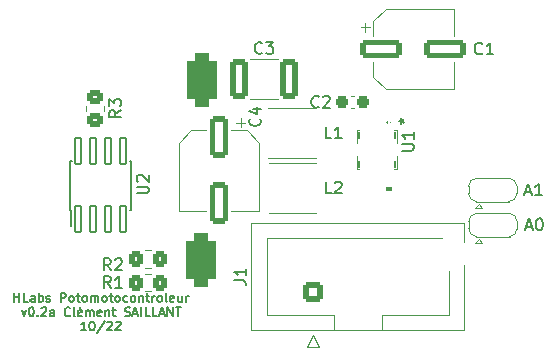
<source format=gbr>
%TF.GenerationSoftware,KiCad,Pcbnew,(6.0.9-0)*%
%TF.CreationDate,2022-12-01T16:18:30+01:00*%
%TF.ProjectId,Hlabs motor cotrol,486c6162-7320-46d6-9f74-6f7220636f74,rev?*%
%TF.SameCoordinates,Original*%
%TF.FileFunction,Legend,Top*%
%TF.FilePolarity,Positive*%
%FSLAX46Y46*%
G04 Gerber Fmt 4.6, Leading zero omitted, Abs format (unit mm)*
G04 Created by KiCad (PCBNEW (6.0.9-0)) date 2022-12-01 16:18:30*
%MOMM*%
%LPD*%
G01*
G04 APERTURE LIST*
G04 Aperture macros list*
%AMRoundRect*
0 Rectangle with rounded corners*
0 $1 Rounding radius*
0 $2 $3 $4 $5 $6 $7 $8 $9 X,Y pos of 4 corners*
0 Add a 4 corners polygon primitive as box body*
4,1,4,$2,$3,$4,$5,$6,$7,$8,$9,$2,$3,0*
0 Add four circle primitives for the rounded corners*
1,1,$1+$1,$2,$3*
1,1,$1+$1,$4,$5*
1,1,$1+$1,$6,$7*
1,1,$1+$1,$8,$9*
0 Add four rect primitives between the rounded corners*
20,1,$1+$1,$2,$3,$4,$5,0*
20,1,$1+$1,$4,$5,$6,$7,0*
20,1,$1+$1,$6,$7,$8,$9,0*
20,1,$1+$1,$8,$9,$2,$3,0*%
%AMFreePoly0*
4,1,22,0.550000,-0.750000,0.000000,-0.750000,0.000000,-0.745033,-0.079941,-0.743568,-0.215256,-0.701293,-0.333266,-0.622738,-0.424486,-0.514219,-0.481581,-0.384460,-0.499164,-0.250000,-0.500000,-0.250000,-0.500000,0.250000,-0.499164,0.250000,-0.499963,0.256109,-0.478152,0.396186,-0.417904,0.524511,-0.324060,0.630769,-0.204165,0.706417,-0.067858,0.745374,0.000000,0.744959,0.000000,0.750000,
0.550000,0.750000,0.550000,-0.750000,0.550000,-0.750000,$1*%
%AMFreePoly1*
4,1,20,0.000000,0.744959,0.073905,0.744508,0.209726,0.703889,0.328688,0.626782,0.421226,0.519385,0.479903,0.390333,0.500000,0.250000,0.500000,-0.250000,0.499851,-0.262216,0.476331,-0.402017,0.414519,-0.529596,0.319384,-0.634700,0.198574,-0.708877,0.061801,-0.746166,0.000000,-0.745033,0.000000,-0.750000,-0.550000,-0.750000,-0.550000,0.750000,0.000000,0.750000,0.000000,0.744959,
0.000000,0.744959,$1*%
G04 Aperture macros list end*
%ADD10C,0.187500*%
%ADD11C,0.150000*%
%ADD12C,0.120000*%
%ADD13C,0.127000*%
%ADD14C,0.200000*%
%ADD15C,0.100000*%
%ADD16C,0.010000*%
%ADD17RoundRect,0.250000X0.450000X-0.350000X0.450000X0.350000X-0.450000X0.350000X-0.450000X-0.350000X0*%
%ADD18FreePoly0,0.000000*%
%ADD19R,1.000000X1.500000*%
%ADD20FreePoly1,0.000000*%
%ADD21RoundRect,0.250000X0.537500X1.450000X-0.537500X1.450000X-0.537500X-1.450000X0.537500X-1.450000X0*%
%ADD22RoundRect,0.250000X-1.500000X-0.550000X1.500000X-0.550000X1.500000X0.550000X-1.500000X0.550000X0*%
%ADD23RoundRect,0.250000X-0.350000X-0.450000X0.350000X-0.450000X0.350000X0.450000X-0.350000X0.450000X0*%
%ADD24RoundRect,0.237500X0.300000X0.237500X-0.300000X0.237500X-0.300000X-0.237500X0.300000X-0.237500X0*%
%ADD25R,0.270000X1.399999*%
%ADD26C,0.508000*%
%ADD27RoundRect,0.250000X0.350000X0.450000X-0.350000X0.450000X-0.350000X-0.450000X0.350000X-0.450000X0*%
%ADD28RoundRect,0.250000X0.600000X-0.600000X0.600000X0.600000X-0.600000X0.600000X-0.600000X-0.600000X0*%
%ADD29C,1.700000*%
%ADD30R,3.100000X2.400000*%
%ADD31RoundRect,0.070000X0.250000X-1.100000X0.250000X1.100000X-0.250000X1.100000X-0.250000X-1.100000X0*%
%ADD32C,0.770000*%
%ADD33RoundRect,0.250000X-0.550000X1.500000X-0.550000X-1.500000X0.550000X-1.500000X0.550000X1.500000X0*%
%ADD34R,1.150000X3.600000*%
%ADD35R,3.000000X3.000000*%
%ADD36C,3.000000*%
%ADD37RoundRect,0.625000X-0.625000X1.625000X-0.625000X-1.625000X0.625000X-1.625000X0.625000X1.625000X0*%
G04 APERTURE END LIST*
D10*
X82678571Y-138131785D02*
X82678571Y-137381785D01*
X82678571Y-137738928D02*
X83107142Y-137738928D01*
X83107142Y-138131785D02*
X83107142Y-137381785D01*
X83821428Y-138131785D02*
X83464285Y-138131785D01*
X83464285Y-137381785D01*
X84392857Y-138131785D02*
X84392857Y-137738928D01*
X84357142Y-137667500D01*
X84285714Y-137631785D01*
X84142857Y-137631785D01*
X84071428Y-137667500D01*
X84392857Y-138096071D02*
X84321428Y-138131785D01*
X84142857Y-138131785D01*
X84071428Y-138096071D01*
X84035714Y-138024642D01*
X84035714Y-137953214D01*
X84071428Y-137881785D01*
X84142857Y-137846071D01*
X84321428Y-137846071D01*
X84392857Y-137810357D01*
X84750000Y-138131785D02*
X84750000Y-137381785D01*
X84750000Y-137667500D02*
X84821428Y-137631785D01*
X84964285Y-137631785D01*
X85035714Y-137667500D01*
X85071428Y-137703214D01*
X85107142Y-137774642D01*
X85107142Y-137988928D01*
X85071428Y-138060357D01*
X85035714Y-138096071D01*
X84964285Y-138131785D01*
X84821428Y-138131785D01*
X84750000Y-138096071D01*
X85392857Y-138096071D02*
X85464285Y-138131785D01*
X85607142Y-138131785D01*
X85678571Y-138096071D01*
X85714285Y-138024642D01*
X85714285Y-137988928D01*
X85678571Y-137917500D01*
X85607142Y-137881785D01*
X85500000Y-137881785D01*
X85428571Y-137846071D01*
X85392857Y-137774642D01*
X85392857Y-137738928D01*
X85428571Y-137667500D01*
X85500000Y-137631785D01*
X85607142Y-137631785D01*
X85678571Y-137667500D01*
X86607142Y-138131785D02*
X86607142Y-137381785D01*
X86892857Y-137381785D01*
X86964285Y-137417500D01*
X87000000Y-137453214D01*
X87035714Y-137524642D01*
X87035714Y-137631785D01*
X87000000Y-137703214D01*
X86964285Y-137738928D01*
X86892857Y-137774642D01*
X86607142Y-137774642D01*
X87464285Y-138131785D02*
X87392857Y-138096071D01*
X87357142Y-138060357D01*
X87321428Y-137988928D01*
X87321428Y-137774642D01*
X87357142Y-137703214D01*
X87392857Y-137667500D01*
X87464285Y-137631785D01*
X87571428Y-137631785D01*
X87642857Y-137667500D01*
X87678571Y-137703214D01*
X87714285Y-137774642D01*
X87714285Y-137988928D01*
X87678571Y-138060357D01*
X87642857Y-138096071D01*
X87571428Y-138131785D01*
X87464285Y-138131785D01*
X87928571Y-137631785D02*
X88214285Y-137631785D01*
X88035714Y-137381785D02*
X88035714Y-138024642D01*
X88071428Y-138096071D01*
X88142857Y-138131785D01*
X88214285Y-138131785D01*
X88571428Y-138131785D02*
X88500000Y-138096071D01*
X88464285Y-138060357D01*
X88428571Y-137988928D01*
X88428571Y-137774642D01*
X88464285Y-137703214D01*
X88500000Y-137667500D01*
X88571428Y-137631785D01*
X88678571Y-137631785D01*
X88750000Y-137667500D01*
X88785714Y-137703214D01*
X88821428Y-137774642D01*
X88821428Y-137988928D01*
X88785714Y-138060357D01*
X88750000Y-138096071D01*
X88678571Y-138131785D01*
X88571428Y-138131785D01*
X89142857Y-138131785D02*
X89142857Y-137631785D01*
X89142857Y-137703214D02*
X89178571Y-137667500D01*
X89250000Y-137631785D01*
X89357142Y-137631785D01*
X89428571Y-137667500D01*
X89464285Y-137738928D01*
X89464285Y-138131785D01*
X89464285Y-137738928D02*
X89500000Y-137667500D01*
X89571428Y-137631785D01*
X89678571Y-137631785D01*
X89750000Y-137667500D01*
X89785714Y-137738928D01*
X89785714Y-138131785D01*
X90250000Y-138131785D02*
X90178571Y-138096071D01*
X90142857Y-138060357D01*
X90107142Y-137988928D01*
X90107142Y-137774642D01*
X90142857Y-137703214D01*
X90178571Y-137667500D01*
X90250000Y-137631785D01*
X90357142Y-137631785D01*
X90428571Y-137667500D01*
X90464285Y-137703214D01*
X90500000Y-137774642D01*
X90500000Y-137988928D01*
X90464285Y-138060357D01*
X90428571Y-138096071D01*
X90357142Y-138131785D01*
X90250000Y-138131785D01*
X90714285Y-137631785D02*
X91000000Y-137631785D01*
X90821428Y-137381785D02*
X90821428Y-138024642D01*
X90857142Y-138096071D01*
X90928571Y-138131785D01*
X91000000Y-138131785D01*
X91357142Y-138131785D02*
X91285714Y-138096071D01*
X91250000Y-138060357D01*
X91214285Y-137988928D01*
X91214285Y-137774642D01*
X91250000Y-137703214D01*
X91285714Y-137667500D01*
X91357142Y-137631785D01*
X91464285Y-137631785D01*
X91535714Y-137667500D01*
X91571428Y-137703214D01*
X91607142Y-137774642D01*
X91607142Y-137988928D01*
X91571428Y-138060357D01*
X91535714Y-138096071D01*
X91464285Y-138131785D01*
X91357142Y-138131785D01*
X92250000Y-138096071D02*
X92178571Y-138131785D01*
X92035714Y-138131785D01*
X91964285Y-138096071D01*
X91928571Y-138060357D01*
X91892857Y-137988928D01*
X91892857Y-137774642D01*
X91928571Y-137703214D01*
X91964285Y-137667500D01*
X92035714Y-137631785D01*
X92178571Y-137631785D01*
X92250000Y-137667500D01*
X92678571Y-138131785D02*
X92607142Y-138096071D01*
X92571428Y-138060357D01*
X92535714Y-137988928D01*
X92535714Y-137774642D01*
X92571428Y-137703214D01*
X92607142Y-137667500D01*
X92678571Y-137631785D01*
X92785714Y-137631785D01*
X92857142Y-137667500D01*
X92892857Y-137703214D01*
X92928571Y-137774642D01*
X92928571Y-137988928D01*
X92892857Y-138060357D01*
X92857142Y-138096071D01*
X92785714Y-138131785D01*
X92678571Y-138131785D01*
X93250000Y-137631785D02*
X93250000Y-138131785D01*
X93250000Y-137703214D02*
X93285714Y-137667500D01*
X93357142Y-137631785D01*
X93464285Y-137631785D01*
X93535714Y-137667500D01*
X93571428Y-137738928D01*
X93571428Y-138131785D01*
X93821428Y-137631785D02*
X94107142Y-137631785D01*
X93928571Y-137381785D02*
X93928571Y-138024642D01*
X93964285Y-138096071D01*
X94035714Y-138131785D01*
X94107142Y-138131785D01*
X94357142Y-138131785D02*
X94357142Y-137631785D01*
X94357142Y-137774642D02*
X94392857Y-137703214D01*
X94428571Y-137667500D01*
X94500000Y-137631785D01*
X94571428Y-137631785D01*
X94928571Y-138131785D02*
X94857142Y-138096071D01*
X94821428Y-138060357D01*
X94785714Y-137988928D01*
X94785714Y-137774642D01*
X94821428Y-137703214D01*
X94857142Y-137667500D01*
X94928571Y-137631785D01*
X95035714Y-137631785D01*
X95107142Y-137667500D01*
X95142857Y-137703214D01*
X95178571Y-137774642D01*
X95178571Y-137988928D01*
X95142857Y-138060357D01*
X95107142Y-138096071D01*
X95035714Y-138131785D01*
X94928571Y-138131785D01*
X95607142Y-138131785D02*
X95535714Y-138096071D01*
X95500000Y-138024642D01*
X95500000Y-137381785D01*
X96178571Y-138096071D02*
X96107142Y-138131785D01*
X95964285Y-138131785D01*
X95892857Y-138096071D01*
X95857142Y-138024642D01*
X95857142Y-137738928D01*
X95892857Y-137667500D01*
X95964285Y-137631785D01*
X96107142Y-137631785D01*
X96178571Y-137667500D01*
X96214285Y-137738928D01*
X96214285Y-137810357D01*
X95857142Y-137881785D01*
X96857142Y-137631785D02*
X96857142Y-138131785D01*
X96535714Y-137631785D02*
X96535714Y-138024642D01*
X96571428Y-138096071D01*
X96642857Y-138131785D01*
X96750000Y-138131785D01*
X96821428Y-138096071D01*
X96857142Y-138060357D01*
X97214285Y-138131785D02*
X97214285Y-137631785D01*
X97214285Y-137774642D02*
X97250000Y-137703214D01*
X97285714Y-137667500D01*
X97357142Y-137631785D01*
X97428571Y-137631785D01*
X83285714Y-138839285D02*
X83464285Y-139339285D01*
X83642857Y-138839285D01*
X84071428Y-138589285D02*
X84142857Y-138589285D01*
X84214285Y-138625000D01*
X84250000Y-138660714D01*
X84285714Y-138732142D01*
X84321428Y-138875000D01*
X84321428Y-139053571D01*
X84285714Y-139196428D01*
X84250000Y-139267857D01*
X84214285Y-139303571D01*
X84142857Y-139339285D01*
X84071428Y-139339285D01*
X84000000Y-139303571D01*
X83964285Y-139267857D01*
X83928571Y-139196428D01*
X83892857Y-139053571D01*
X83892857Y-138875000D01*
X83928571Y-138732142D01*
X83964285Y-138660714D01*
X84000000Y-138625000D01*
X84071428Y-138589285D01*
X84642857Y-139267857D02*
X84678571Y-139303571D01*
X84642857Y-139339285D01*
X84607142Y-139303571D01*
X84642857Y-139267857D01*
X84642857Y-139339285D01*
X84964285Y-138660714D02*
X85000000Y-138625000D01*
X85071428Y-138589285D01*
X85250000Y-138589285D01*
X85321428Y-138625000D01*
X85357142Y-138660714D01*
X85392857Y-138732142D01*
X85392857Y-138803571D01*
X85357142Y-138910714D01*
X84928571Y-139339285D01*
X85392857Y-139339285D01*
X86035714Y-139339285D02*
X86035714Y-138946428D01*
X86000000Y-138875000D01*
X85928571Y-138839285D01*
X85785714Y-138839285D01*
X85714285Y-138875000D01*
X86035714Y-139303571D02*
X85964285Y-139339285D01*
X85785714Y-139339285D01*
X85714285Y-139303571D01*
X85678571Y-139232142D01*
X85678571Y-139160714D01*
X85714285Y-139089285D01*
X85785714Y-139053571D01*
X85964285Y-139053571D01*
X86035714Y-139017857D01*
X87392857Y-139267857D02*
X87357142Y-139303571D01*
X87250000Y-139339285D01*
X87178571Y-139339285D01*
X87071428Y-139303571D01*
X87000000Y-139232142D01*
X86964285Y-139160714D01*
X86928571Y-139017857D01*
X86928571Y-138910714D01*
X86964285Y-138767857D01*
X87000000Y-138696428D01*
X87071428Y-138625000D01*
X87178571Y-138589285D01*
X87250000Y-138589285D01*
X87357142Y-138625000D01*
X87392857Y-138660714D01*
X87821428Y-139339285D02*
X87750000Y-139303571D01*
X87714285Y-139232142D01*
X87714285Y-138589285D01*
X88392857Y-139303571D02*
X88321428Y-139339285D01*
X88178571Y-139339285D01*
X88107142Y-139303571D01*
X88071428Y-139232142D01*
X88071428Y-138946428D01*
X88107142Y-138875000D01*
X88178571Y-138839285D01*
X88321428Y-138839285D01*
X88392857Y-138875000D01*
X88428571Y-138946428D01*
X88428571Y-139017857D01*
X88071428Y-139089285D01*
X88321428Y-138553571D02*
X88214285Y-138660714D01*
X88750000Y-139339285D02*
X88750000Y-138839285D01*
X88750000Y-138910714D02*
X88785714Y-138875000D01*
X88857142Y-138839285D01*
X88964285Y-138839285D01*
X89035714Y-138875000D01*
X89071428Y-138946428D01*
X89071428Y-139339285D01*
X89071428Y-138946428D02*
X89107142Y-138875000D01*
X89178571Y-138839285D01*
X89285714Y-138839285D01*
X89357142Y-138875000D01*
X89392857Y-138946428D01*
X89392857Y-139339285D01*
X90035714Y-139303571D02*
X89964285Y-139339285D01*
X89821428Y-139339285D01*
X89750000Y-139303571D01*
X89714285Y-139232142D01*
X89714285Y-138946428D01*
X89750000Y-138875000D01*
X89821428Y-138839285D01*
X89964285Y-138839285D01*
X90035714Y-138875000D01*
X90071428Y-138946428D01*
X90071428Y-139017857D01*
X89714285Y-139089285D01*
X90392857Y-138839285D02*
X90392857Y-139339285D01*
X90392857Y-138910714D02*
X90428571Y-138875000D01*
X90500000Y-138839285D01*
X90607142Y-138839285D01*
X90678571Y-138875000D01*
X90714285Y-138946428D01*
X90714285Y-139339285D01*
X90964285Y-138839285D02*
X91250000Y-138839285D01*
X91071428Y-138589285D02*
X91071428Y-139232142D01*
X91107142Y-139303571D01*
X91178571Y-139339285D01*
X91250000Y-139339285D01*
X92035714Y-139303571D02*
X92142857Y-139339285D01*
X92321428Y-139339285D01*
X92392857Y-139303571D01*
X92428571Y-139267857D01*
X92464285Y-139196428D01*
X92464285Y-139125000D01*
X92428571Y-139053571D01*
X92392857Y-139017857D01*
X92321428Y-138982142D01*
X92178571Y-138946428D01*
X92107142Y-138910714D01*
X92071428Y-138875000D01*
X92035714Y-138803571D01*
X92035714Y-138732142D01*
X92071428Y-138660714D01*
X92107142Y-138625000D01*
X92178571Y-138589285D01*
X92357142Y-138589285D01*
X92464285Y-138625000D01*
X92750000Y-139125000D02*
X93107142Y-139125000D01*
X92678571Y-139339285D02*
X92928571Y-138589285D01*
X93178571Y-139339285D01*
X93428571Y-139339285D02*
X93428571Y-138589285D01*
X94142857Y-139339285D02*
X93785714Y-139339285D01*
X93785714Y-138589285D01*
X94750000Y-139339285D02*
X94392857Y-139339285D01*
X94392857Y-138589285D01*
X94964285Y-139125000D02*
X95321428Y-139125000D01*
X94892857Y-139339285D02*
X95142857Y-138589285D01*
X95392857Y-139339285D01*
X95642857Y-139339285D02*
X95642857Y-138589285D01*
X96071428Y-139339285D01*
X96071428Y-138589285D01*
X96321428Y-138589285D02*
X96750000Y-138589285D01*
X96535714Y-139339285D02*
X96535714Y-138589285D01*
X88750000Y-140546785D02*
X88321428Y-140546785D01*
X88535714Y-140546785D02*
X88535714Y-139796785D01*
X88464285Y-139903928D01*
X88392857Y-139975357D01*
X88321428Y-140011071D01*
X89214285Y-139796785D02*
X89285714Y-139796785D01*
X89357142Y-139832500D01*
X89392857Y-139868214D01*
X89428571Y-139939642D01*
X89464285Y-140082500D01*
X89464285Y-140261071D01*
X89428571Y-140403928D01*
X89392857Y-140475357D01*
X89357142Y-140511071D01*
X89285714Y-140546785D01*
X89214285Y-140546785D01*
X89142857Y-140511071D01*
X89107142Y-140475357D01*
X89071428Y-140403928D01*
X89035714Y-140261071D01*
X89035714Y-140082500D01*
X89071428Y-139939642D01*
X89107142Y-139868214D01*
X89142857Y-139832500D01*
X89214285Y-139796785D01*
X90321428Y-139761071D02*
X89678571Y-140725357D01*
X90535714Y-139868214D02*
X90571428Y-139832500D01*
X90642857Y-139796785D01*
X90821428Y-139796785D01*
X90892857Y-139832500D01*
X90928571Y-139868214D01*
X90964285Y-139939642D01*
X90964285Y-140011071D01*
X90928571Y-140118214D01*
X90500000Y-140546785D01*
X90964285Y-140546785D01*
X91250000Y-139868214D02*
X91285714Y-139832500D01*
X91357142Y-139796785D01*
X91535714Y-139796785D01*
X91607142Y-139832500D01*
X91642857Y-139868214D01*
X91678571Y-139939642D01*
X91678571Y-140011071D01*
X91642857Y-140118214D01*
X91214285Y-140546785D01*
X91678571Y-140546785D01*
D11*
%TO.C,R3*%
X91702380Y-121916666D02*
X91226190Y-122250000D01*
X91702380Y-122488095D02*
X90702380Y-122488095D01*
X90702380Y-122107142D01*
X90750000Y-122011904D01*
X90797619Y-121964285D01*
X90892857Y-121916666D01*
X91035714Y-121916666D01*
X91130952Y-121964285D01*
X91178571Y-122011904D01*
X91226190Y-122107142D01*
X91226190Y-122488095D01*
X90702380Y-121583333D02*
X90702380Y-120964285D01*
X91083333Y-121297619D01*
X91083333Y-121154761D01*
X91130952Y-121059523D01*
X91178571Y-121011904D01*
X91273809Y-120964285D01*
X91511904Y-120964285D01*
X91607142Y-121011904D01*
X91654761Y-121059523D01*
X91702380Y-121154761D01*
X91702380Y-121440476D01*
X91654761Y-121535714D01*
X91607142Y-121583333D01*
%TO.C,A0*%
X125975714Y-131776666D02*
X126451904Y-131776666D01*
X125880476Y-132062380D02*
X126213809Y-131062380D01*
X126547142Y-132062380D01*
X127070952Y-131062380D02*
X127166190Y-131062380D01*
X127261428Y-131110000D01*
X127309047Y-131157619D01*
X127356666Y-131252857D01*
X127404285Y-131443333D01*
X127404285Y-131681428D01*
X127356666Y-131871904D01*
X127309047Y-131967142D01*
X127261428Y-132014761D01*
X127166190Y-132062380D01*
X127070952Y-132062380D01*
X126975714Y-132014761D01*
X126928095Y-131967142D01*
X126880476Y-131871904D01*
X126832857Y-131681428D01*
X126832857Y-131443333D01*
X126880476Y-131252857D01*
X126928095Y-131157619D01*
X126975714Y-131110000D01*
X127070952Y-131062380D01*
%TO.C,C3*%
X103643333Y-117027142D02*
X103595714Y-117074761D01*
X103452857Y-117122380D01*
X103357619Y-117122380D01*
X103214761Y-117074761D01*
X103119523Y-116979523D01*
X103071904Y-116884285D01*
X103024285Y-116693809D01*
X103024285Y-116550952D01*
X103071904Y-116360476D01*
X103119523Y-116265238D01*
X103214761Y-116170000D01*
X103357619Y-116122380D01*
X103452857Y-116122380D01*
X103595714Y-116170000D01*
X103643333Y-116217619D01*
X103976666Y-116122380D02*
X104595714Y-116122380D01*
X104262380Y-116503333D01*
X104405238Y-116503333D01*
X104500476Y-116550952D01*
X104548095Y-116598571D01*
X104595714Y-116693809D01*
X104595714Y-116931904D01*
X104548095Y-117027142D01*
X104500476Y-117074761D01*
X104405238Y-117122380D01*
X104119523Y-117122380D01*
X104024285Y-117074761D01*
X103976666Y-117027142D01*
%TO.C,C1*%
X122283333Y-117077142D02*
X122235714Y-117124761D01*
X122092857Y-117172380D01*
X121997619Y-117172380D01*
X121854761Y-117124761D01*
X121759523Y-117029523D01*
X121711904Y-116934285D01*
X121664285Y-116743809D01*
X121664285Y-116600952D01*
X121711904Y-116410476D01*
X121759523Y-116315238D01*
X121854761Y-116220000D01*
X121997619Y-116172380D01*
X122092857Y-116172380D01*
X122235714Y-116220000D01*
X122283333Y-116267619D01*
X123235714Y-117172380D02*
X122664285Y-117172380D01*
X122950000Y-117172380D02*
X122950000Y-116172380D01*
X122854761Y-116315238D01*
X122759523Y-116410476D01*
X122664285Y-116458095D01*
%TO.C,R2*%
X90833333Y-135452380D02*
X90500000Y-134976190D01*
X90261904Y-135452380D02*
X90261904Y-134452380D01*
X90642857Y-134452380D01*
X90738095Y-134500000D01*
X90785714Y-134547619D01*
X90833333Y-134642857D01*
X90833333Y-134785714D01*
X90785714Y-134880952D01*
X90738095Y-134928571D01*
X90642857Y-134976190D01*
X90261904Y-134976190D01*
X91214285Y-134547619D02*
X91261904Y-134500000D01*
X91357142Y-134452380D01*
X91595238Y-134452380D01*
X91690476Y-134500000D01*
X91738095Y-134547619D01*
X91785714Y-134642857D01*
X91785714Y-134738095D01*
X91738095Y-134880952D01*
X91166666Y-135452380D01*
X91785714Y-135452380D01*
%TO.C,C2*%
X108446270Y-121591625D02*
X108398651Y-121639244D01*
X108255794Y-121686863D01*
X108160556Y-121686863D01*
X108017698Y-121639244D01*
X107922460Y-121544006D01*
X107874841Y-121448768D01*
X107827222Y-121258292D01*
X107827222Y-121115435D01*
X107874841Y-120924959D01*
X107922460Y-120829721D01*
X108017698Y-120734483D01*
X108160556Y-120686863D01*
X108255794Y-120686863D01*
X108398651Y-120734483D01*
X108446270Y-120782102D01*
X108827222Y-120782102D02*
X108874841Y-120734483D01*
X108970079Y-120686863D01*
X109208175Y-120686863D01*
X109303413Y-120734483D01*
X109351032Y-120782102D01*
X109398651Y-120877340D01*
X109398651Y-120972578D01*
X109351032Y-121115435D01*
X108779603Y-121686863D01*
X109398651Y-121686863D01*
%TO.C,U1*%
X115491718Y-125319988D02*
X116301242Y-125319988D01*
X116396480Y-125272369D01*
X116444099Y-125224750D01*
X116491718Y-125129512D01*
X116491718Y-124939036D01*
X116444099Y-124843798D01*
X116396480Y-124796179D01*
X116301242Y-124748560D01*
X115491718Y-124748560D01*
X116491718Y-123748560D02*
X116491718Y-124319988D01*
X116491718Y-124034274D02*
X115491718Y-124034274D01*
X115634576Y-124129512D01*
X115729814Y-124224750D01*
X115777433Y-124319988D01*
X115228317Y-122805484D02*
X115466413Y-122805484D01*
X115371175Y-123043579D02*
X115466413Y-122805484D01*
X115371175Y-122567388D01*
X115656889Y-122948341D02*
X115466413Y-122805484D01*
X115656889Y-122662626D01*
%TO.C,A1*%
X125915714Y-128836666D02*
X126391904Y-128836666D01*
X125820476Y-129122380D02*
X126153809Y-128122380D01*
X126487142Y-129122380D01*
X127344285Y-129122380D02*
X126772857Y-129122380D01*
X127058571Y-129122380D02*
X127058571Y-128122380D01*
X126963333Y-128265238D01*
X126868095Y-128360476D01*
X126772857Y-128408095D01*
%TO.C,R1*%
X90833333Y-136952380D02*
X90500000Y-136476190D01*
X90261904Y-136952380D02*
X90261904Y-135952380D01*
X90642857Y-135952380D01*
X90738095Y-136000000D01*
X90785714Y-136047619D01*
X90833333Y-136142857D01*
X90833333Y-136285714D01*
X90785714Y-136380952D01*
X90738095Y-136428571D01*
X90642857Y-136476190D01*
X90261904Y-136476190D01*
X91785714Y-136952380D02*
X91214285Y-136952380D01*
X91500000Y-136952380D02*
X91500000Y-135952380D01*
X91404761Y-136095238D01*
X91309523Y-136190476D01*
X91214285Y-136238095D01*
%TO.C,J1*%
X101292380Y-136315833D02*
X102006666Y-136315833D01*
X102149523Y-136363452D01*
X102244761Y-136458690D01*
X102292380Y-136601547D01*
X102292380Y-136696785D01*
X102292380Y-135315833D02*
X102292380Y-135887261D01*
X102292380Y-135601547D02*
X101292380Y-135601547D01*
X101435238Y-135696785D01*
X101530476Y-135792023D01*
X101578095Y-135887261D01*
%TO.C,U2*%
X93042380Y-128941904D02*
X93851904Y-128941904D01*
X93947142Y-128894285D01*
X93994761Y-128846666D01*
X94042380Y-128751428D01*
X94042380Y-128560952D01*
X93994761Y-128465714D01*
X93947142Y-128418095D01*
X93851904Y-128370476D01*
X93042380Y-128370476D01*
X93137619Y-127941904D02*
X93090000Y-127894285D01*
X93042380Y-127799047D01*
X93042380Y-127560952D01*
X93090000Y-127465714D01*
X93137619Y-127418095D01*
X93232857Y-127370476D01*
X93328095Y-127370476D01*
X93470952Y-127418095D01*
X94042380Y-127989523D01*
X94042380Y-127370476D01*
%TO.C,C4*%
X103457142Y-122616666D02*
X103504761Y-122664285D01*
X103552380Y-122807142D01*
X103552380Y-122902380D01*
X103504761Y-123045238D01*
X103409523Y-123140476D01*
X103314285Y-123188095D01*
X103123809Y-123235714D01*
X102980952Y-123235714D01*
X102790476Y-123188095D01*
X102695238Y-123140476D01*
X102600000Y-123045238D01*
X102552380Y-122902380D01*
X102552380Y-122807142D01*
X102600000Y-122664285D01*
X102647619Y-122616666D01*
X102885714Y-121759523D02*
X103552380Y-121759523D01*
X102504761Y-121997619D02*
X103219047Y-122235714D01*
X103219047Y-121616666D01*
%TO.C,L2*%
X109533333Y-128952380D02*
X109057142Y-128952380D01*
X109057142Y-127952380D01*
X109819047Y-128047619D02*
X109866666Y-128000000D01*
X109961904Y-127952380D01*
X110200000Y-127952380D01*
X110295238Y-128000000D01*
X110342857Y-128047619D01*
X110390476Y-128142857D01*
X110390476Y-128238095D01*
X110342857Y-128380952D01*
X109771428Y-128952380D01*
X110390476Y-128952380D01*
%TO.C,L1*%
X109523333Y-124292380D02*
X109047142Y-124292380D01*
X109047142Y-123292380D01*
X110380476Y-124292380D02*
X109809047Y-124292380D01*
X110094761Y-124292380D02*
X110094761Y-123292380D01*
X109999523Y-123435238D01*
X109904285Y-123530476D01*
X109809047Y-123578095D01*
D12*
%TO.C,R3*%
X88765000Y-121977064D02*
X88765000Y-121522936D01*
X90235000Y-121977064D02*
X90235000Y-121522936D01*
D13*
%TO.C,REF\u002A\u002A*%
X114862937Y-123734483D02*
X114862937Y-124234483D01*
X111862937Y-123734483D02*
X111862937Y-124234483D01*
X114862937Y-126734483D02*
X114862937Y-126234483D01*
X111862937Y-126734483D02*
X111862937Y-126234483D01*
D14*
X114462937Y-122934483D02*
G75*
G03*
X114462937Y-122934483I-100000J0D01*
G01*
D12*
%TO.C,A0*%
X125250000Y-131320000D02*
X125250000Y-131920000D01*
X122000000Y-132820000D02*
X122300000Y-133120000D01*
X121150000Y-131920000D02*
X121150000Y-131320000D01*
X122000000Y-132820000D02*
X121700000Y-133120000D01*
X124600000Y-132620000D02*
X121800000Y-132620000D01*
X121800000Y-130620000D02*
X124600000Y-130620000D01*
X121700000Y-133120000D02*
X122300000Y-133120000D01*
X121850000Y-130620000D02*
G75*
G03*
X121150000Y-131320000I-1J-699999D01*
G01*
X124550000Y-132620000D02*
G75*
G03*
X125250000Y-131920000I0J700000D01*
G01*
X121150000Y-131920000D02*
G75*
G03*
X121850000Y-132620000I699999J-1D01*
G01*
X125250000Y-131320000D02*
G75*
G03*
X124550000Y-130620000I-700000J0D01*
G01*
%TO.C,C3*%
X104961252Y-117530000D02*
X102638748Y-117530000D01*
X104961252Y-120950000D02*
X102638748Y-120950000D01*
%TO.C,C1*%
X113040000Y-114374437D02*
X113040000Y-115660000D01*
X113040000Y-119065563D02*
X114104437Y-120130000D01*
X119860000Y-113310000D02*
X119860000Y-115660000D01*
X119860000Y-120130000D02*
X119860000Y-117780000D01*
X114104437Y-120130000D02*
X119860000Y-120130000D01*
X114104437Y-113310000D02*
X119860000Y-113310000D01*
X113040000Y-119065563D02*
X113040000Y-117780000D01*
X112406250Y-114478750D02*
X112406250Y-115266250D01*
X113040000Y-114374437D02*
X114104437Y-113310000D01*
X112012500Y-114872500D02*
X112800000Y-114872500D01*
%TO.C,R2*%
X93772936Y-135235000D02*
X94227064Y-135235000D01*
X93772936Y-133765000D02*
X94227064Y-133765000D01*
%TO.C,C2*%
X111466267Y-121690000D02*
X111173733Y-121690000D01*
X111466267Y-120670000D02*
X111173733Y-120670000D01*
%TO.C,U1*%
X111895196Y-123557484D02*
X111685938Y-123557484D01*
X115039936Y-126911482D02*
X115039936Y-123557484D01*
X111685938Y-123557484D02*
X111685938Y-126911482D01*
X114830678Y-126911482D02*
X115039936Y-126911482D01*
X115039936Y-123557484D02*
X114830678Y-123557484D01*
X111685938Y-126911482D02*
X111895196Y-126911482D01*
G36*
X114553438Y-128617481D02*
G01*
X114172438Y-128617481D01*
X114172438Y-128363481D01*
X114553438Y-128363481D01*
X114553438Y-128617481D01*
G37*
D15*
X114553438Y-128617481D02*
X114172438Y-128617481D01*
X114172438Y-128363481D01*
X114553438Y-128363481D01*
X114553438Y-128617481D01*
D12*
%TO.C,A1*%
X121780000Y-127650000D02*
X124580000Y-127650000D01*
X121980000Y-129850000D02*
X121680000Y-130150000D01*
X121980000Y-129850000D02*
X122280000Y-130150000D01*
X125230000Y-128350000D02*
X125230000Y-128950000D01*
X121680000Y-130150000D02*
X122280000Y-130150000D01*
X124580000Y-129650000D02*
X121780000Y-129650000D01*
X121130000Y-128950000D02*
X121130000Y-128350000D01*
X124530000Y-129650000D02*
G75*
G03*
X125230000Y-128950000I0J700000D01*
G01*
X121830000Y-127650000D02*
G75*
G03*
X121130000Y-128350000I-1J-699999D01*
G01*
X125230000Y-128350000D02*
G75*
G03*
X124530000Y-127650000I-700000J0D01*
G01*
X121130000Y-128950000D02*
G75*
G03*
X121830000Y-129650000I699999J-1D01*
G01*
%TO.C,R1*%
X94227064Y-137235000D02*
X93772936Y-137235000D01*
X94227064Y-135765000D02*
X93772936Y-135765000D01*
%TO.C,J1*%
X108440000Y-141932500D02*
X107940000Y-140932500D01*
X119470000Y-139232500D02*
X113800000Y-139232500D01*
X120770000Y-140542500D02*
X102730000Y-140542500D01*
X104030000Y-139232500D02*
X104030000Y-132732500D01*
X104030000Y-132732500D02*
X119470000Y-132732500D01*
X102730000Y-131422500D02*
X120770000Y-131422500D01*
X119470000Y-132732500D02*
X119470000Y-139232500D01*
X120770000Y-131422500D02*
X120770000Y-140542500D01*
X107940000Y-140932500D02*
X107440000Y-141932500D01*
X102730000Y-140542500D02*
X102730000Y-131422500D01*
X109700000Y-139232500D02*
X104030000Y-139232500D01*
X113800000Y-139232500D02*
X113800000Y-140542500D01*
X113800000Y-139232500D02*
X113800000Y-139232500D01*
X107440000Y-141932500D02*
X108440000Y-141932500D01*
X109700000Y-140542500D02*
X109700000Y-139232500D01*
D11*
%TO.C,U2*%
X87425000Y-130325000D02*
X87425000Y-126175000D01*
X87475000Y-130325000D02*
X87475000Y-131725000D01*
X92575000Y-126175000D02*
X92430000Y-126175000D01*
X92575000Y-130325000D02*
X92430000Y-130325000D01*
X87425000Y-126175000D02*
X87570000Y-126175000D01*
X92575000Y-130325000D02*
X92575000Y-126175000D01*
X87425000Y-130325000D02*
X87475000Y-130325000D01*
D12*
%TO.C,C4*%
X102241250Y-122956250D02*
X101453750Y-122956250D01*
X96590000Y-124654437D02*
X96590000Y-130410000D01*
X97654437Y-123590000D02*
X98940000Y-123590000D01*
X103410000Y-124654437D02*
X103410000Y-130410000D01*
X96590000Y-130410000D02*
X98940000Y-130410000D01*
X102345563Y-123590000D02*
X101060000Y-123590000D01*
X97654437Y-123590000D02*
X96590000Y-124654437D01*
X103410000Y-130410000D02*
X101060000Y-130410000D01*
X101847500Y-122562500D02*
X101847500Y-123350000D01*
X102345563Y-123590000D02*
X103410000Y-124654437D01*
%TO.C,L2*%
X108200000Y-130610000D02*
X104200000Y-130610000D01*
X104200000Y-126390000D02*
X108200000Y-126390000D01*
%TO.C,L1*%
X104190000Y-121730000D02*
X108190000Y-121730000D01*
X108190000Y-125950000D02*
X104190000Y-125950000D01*
%TD*%
%LPC*%
%TO.C,REF\u002A\u002A*%
G36*
X112945937Y-126265483D02*
G01*
X112951937Y-126265483D01*
X112957937Y-126267483D01*
X112963937Y-126268483D01*
X112981937Y-126274483D01*
X112986937Y-126277483D01*
X112992937Y-126280483D01*
X112997937Y-126283483D01*
X113003937Y-126287483D01*
X113008937Y-126291483D01*
X113012937Y-126295483D01*
X113017937Y-126299483D01*
X113021937Y-126304483D01*
X113025937Y-126308483D01*
X113029937Y-126313483D01*
X113033937Y-126319483D01*
X113036937Y-126324483D01*
X113039937Y-126330483D01*
X113042937Y-126335483D01*
X113048937Y-126353483D01*
X113049937Y-126359483D01*
X113051937Y-126365483D01*
X113051937Y-126371483D01*
X113052937Y-126378483D01*
X113052937Y-126890483D01*
X113051937Y-126897483D01*
X113051937Y-126903483D01*
X113049937Y-126909483D01*
X113048937Y-126915483D01*
X113042937Y-126933483D01*
X113039937Y-126938483D01*
X113036937Y-126944483D01*
X113033937Y-126949483D01*
X113029937Y-126955483D01*
X113025937Y-126960483D01*
X113021937Y-126964483D01*
X113017937Y-126969483D01*
X113012937Y-126973483D01*
X113008937Y-126977483D01*
X113003937Y-126981483D01*
X112997937Y-126985483D01*
X112992937Y-126988483D01*
X112986937Y-126991483D01*
X112981937Y-126994483D01*
X112963937Y-127000483D01*
X112957937Y-127001483D01*
X112951937Y-127003483D01*
X112945937Y-127003483D01*
X112938937Y-127004483D01*
X112786937Y-127004483D01*
X112779937Y-127003483D01*
X112773937Y-127003483D01*
X112767937Y-127001483D01*
X112761937Y-127000483D01*
X112743937Y-126994483D01*
X112738937Y-126991483D01*
X112732937Y-126988483D01*
X112727937Y-126985483D01*
X112721937Y-126981483D01*
X112716937Y-126977483D01*
X112712937Y-126973483D01*
X112707937Y-126969483D01*
X112703937Y-126964483D01*
X112699937Y-126960483D01*
X112695937Y-126955483D01*
X112691937Y-126949483D01*
X112688937Y-126944483D01*
X112685937Y-126938483D01*
X112682937Y-126933483D01*
X112676937Y-126915483D01*
X112675937Y-126909483D01*
X112673937Y-126903483D01*
X112673937Y-126897483D01*
X112672937Y-126890483D01*
X112672937Y-126378483D01*
X112673937Y-126371483D01*
X112673937Y-126365483D01*
X112675937Y-126359483D01*
X112676937Y-126353483D01*
X112682937Y-126335483D01*
X112685937Y-126330483D01*
X112688937Y-126324483D01*
X112691937Y-126319483D01*
X112695937Y-126313483D01*
X112699937Y-126308483D01*
X112703937Y-126304483D01*
X112707937Y-126299483D01*
X112712937Y-126295483D01*
X112716937Y-126291483D01*
X112721937Y-126287483D01*
X112727937Y-126283483D01*
X112732937Y-126280483D01*
X112738937Y-126277483D01*
X112743937Y-126274483D01*
X112761937Y-126268483D01*
X112767937Y-126267483D01*
X112773937Y-126265483D01*
X112779937Y-126265483D01*
X112786937Y-126264483D01*
X112938937Y-126264483D01*
X112945937Y-126265483D01*
G37*
D16*
X112945937Y-126265483D02*
X112951937Y-126265483D01*
X112957937Y-126267483D01*
X112963937Y-126268483D01*
X112981937Y-126274483D01*
X112986937Y-126277483D01*
X112992937Y-126280483D01*
X112997937Y-126283483D01*
X113003937Y-126287483D01*
X113008937Y-126291483D01*
X113012937Y-126295483D01*
X113017937Y-126299483D01*
X113021937Y-126304483D01*
X113025937Y-126308483D01*
X113029937Y-126313483D01*
X113033937Y-126319483D01*
X113036937Y-126324483D01*
X113039937Y-126330483D01*
X113042937Y-126335483D01*
X113048937Y-126353483D01*
X113049937Y-126359483D01*
X113051937Y-126365483D01*
X113051937Y-126371483D01*
X113052937Y-126378483D01*
X113052937Y-126890483D01*
X113051937Y-126897483D01*
X113051937Y-126903483D01*
X113049937Y-126909483D01*
X113048937Y-126915483D01*
X113042937Y-126933483D01*
X113039937Y-126938483D01*
X113036937Y-126944483D01*
X113033937Y-126949483D01*
X113029937Y-126955483D01*
X113025937Y-126960483D01*
X113021937Y-126964483D01*
X113017937Y-126969483D01*
X113012937Y-126973483D01*
X113008937Y-126977483D01*
X113003937Y-126981483D01*
X112997937Y-126985483D01*
X112992937Y-126988483D01*
X112986937Y-126991483D01*
X112981937Y-126994483D01*
X112963937Y-127000483D01*
X112957937Y-127001483D01*
X112951937Y-127003483D01*
X112945937Y-127003483D01*
X112938937Y-127004483D01*
X112786937Y-127004483D01*
X112779937Y-127003483D01*
X112773937Y-127003483D01*
X112767937Y-127001483D01*
X112761937Y-127000483D01*
X112743937Y-126994483D01*
X112738937Y-126991483D01*
X112732937Y-126988483D01*
X112727937Y-126985483D01*
X112721937Y-126981483D01*
X112716937Y-126977483D01*
X112712937Y-126973483D01*
X112707937Y-126969483D01*
X112703937Y-126964483D01*
X112699937Y-126960483D01*
X112695937Y-126955483D01*
X112691937Y-126949483D01*
X112688937Y-126944483D01*
X112685937Y-126938483D01*
X112682937Y-126933483D01*
X112676937Y-126915483D01*
X112675937Y-126909483D01*
X112673937Y-126903483D01*
X112673937Y-126897483D01*
X112672937Y-126890483D01*
X112672937Y-126378483D01*
X112673937Y-126371483D01*
X112673937Y-126365483D01*
X112675937Y-126359483D01*
X112676937Y-126353483D01*
X112682937Y-126335483D01*
X112685937Y-126330483D01*
X112688937Y-126324483D01*
X112691937Y-126319483D01*
X112695937Y-126313483D01*
X112699937Y-126308483D01*
X112703937Y-126304483D01*
X112707937Y-126299483D01*
X112712937Y-126295483D01*
X112716937Y-126291483D01*
X112721937Y-126287483D01*
X112727937Y-126283483D01*
X112732937Y-126280483D01*
X112738937Y-126277483D01*
X112743937Y-126274483D01*
X112761937Y-126268483D01*
X112767937Y-126267483D01*
X112773937Y-126265483D01*
X112779937Y-126265483D01*
X112786937Y-126264483D01*
X112938937Y-126264483D01*
X112945937Y-126265483D01*
G36*
X113945937Y-126265483D02*
G01*
X113951937Y-126265483D01*
X113957937Y-126267483D01*
X113963937Y-126268483D01*
X113981937Y-126274483D01*
X113986937Y-126277483D01*
X113992937Y-126280483D01*
X113997937Y-126283483D01*
X114003937Y-126287483D01*
X114008937Y-126291483D01*
X114012937Y-126295483D01*
X114017937Y-126299483D01*
X114021937Y-126304483D01*
X114025937Y-126308483D01*
X114029937Y-126313483D01*
X114033937Y-126319483D01*
X114036937Y-126324483D01*
X114039937Y-126330483D01*
X114042937Y-126335483D01*
X114048937Y-126353483D01*
X114049937Y-126359483D01*
X114051937Y-126365483D01*
X114051937Y-126371483D01*
X114052937Y-126378483D01*
X114052937Y-126890483D01*
X114051937Y-126897483D01*
X114051937Y-126903483D01*
X114049937Y-126909483D01*
X114048937Y-126915483D01*
X114042937Y-126933483D01*
X114039937Y-126938483D01*
X114036937Y-126944483D01*
X114033937Y-126949483D01*
X114029937Y-126955483D01*
X114025937Y-126960483D01*
X114021937Y-126964483D01*
X114017937Y-126969483D01*
X114012937Y-126973483D01*
X114008937Y-126977483D01*
X114003937Y-126981483D01*
X113997937Y-126985483D01*
X113992937Y-126988483D01*
X113986937Y-126991483D01*
X113981937Y-126994483D01*
X113963937Y-127000483D01*
X113957937Y-127001483D01*
X113951937Y-127003483D01*
X113945937Y-127003483D01*
X113938937Y-127004483D01*
X113786937Y-127004483D01*
X113779937Y-127003483D01*
X113773937Y-127003483D01*
X113767937Y-127001483D01*
X113761937Y-127000483D01*
X113743937Y-126994483D01*
X113738937Y-126991483D01*
X113732937Y-126988483D01*
X113727937Y-126985483D01*
X113721937Y-126981483D01*
X113716937Y-126977483D01*
X113712937Y-126973483D01*
X113707937Y-126969483D01*
X113703937Y-126964483D01*
X113699937Y-126960483D01*
X113695937Y-126955483D01*
X113691937Y-126949483D01*
X113688937Y-126944483D01*
X113685937Y-126938483D01*
X113682937Y-126933483D01*
X113676937Y-126915483D01*
X113675937Y-126909483D01*
X113673937Y-126903483D01*
X113673937Y-126897483D01*
X113672937Y-126890483D01*
X113672937Y-126378483D01*
X113673937Y-126371483D01*
X113673937Y-126365483D01*
X113675937Y-126359483D01*
X113676937Y-126353483D01*
X113682937Y-126335483D01*
X113685937Y-126330483D01*
X113688937Y-126324483D01*
X113691937Y-126319483D01*
X113695937Y-126313483D01*
X113699937Y-126308483D01*
X113703937Y-126304483D01*
X113707937Y-126299483D01*
X113712937Y-126295483D01*
X113716937Y-126291483D01*
X113721937Y-126287483D01*
X113727937Y-126283483D01*
X113732937Y-126280483D01*
X113738937Y-126277483D01*
X113743937Y-126274483D01*
X113761937Y-126268483D01*
X113767937Y-126267483D01*
X113773937Y-126265483D01*
X113779937Y-126265483D01*
X113786937Y-126264483D01*
X113938937Y-126264483D01*
X113945937Y-126265483D01*
G37*
X113945937Y-126265483D02*
X113951937Y-126265483D01*
X113957937Y-126267483D01*
X113963937Y-126268483D01*
X113981937Y-126274483D01*
X113986937Y-126277483D01*
X113992937Y-126280483D01*
X113997937Y-126283483D01*
X114003937Y-126287483D01*
X114008937Y-126291483D01*
X114012937Y-126295483D01*
X114017937Y-126299483D01*
X114021937Y-126304483D01*
X114025937Y-126308483D01*
X114029937Y-126313483D01*
X114033937Y-126319483D01*
X114036937Y-126324483D01*
X114039937Y-126330483D01*
X114042937Y-126335483D01*
X114048937Y-126353483D01*
X114049937Y-126359483D01*
X114051937Y-126365483D01*
X114051937Y-126371483D01*
X114052937Y-126378483D01*
X114052937Y-126890483D01*
X114051937Y-126897483D01*
X114051937Y-126903483D01*
X114049937Y-126909483D01*
X114048937Y-126915483D01*
X114042937Y-126933483D01*
X114039937Y-126938483D01*
X114036937Y-126944483D01*
X114033937Y-126949483D01*
X114029937Y-126955483D01*
X114025937Y-126960483D01*
X114021937Y-126964483D01*
X114017937Y-126969483D01*
X114012937Y-126973483D01*
X114008937Y-126977483D01*
X114003937Y-126981483D01*
X113997937Y-126985483D01*
X113992937Y-126988483D01*
X113986937Y-126991483D01*
X113981937Y-126994483D01*
X113963937Y-127000483D01*
X113957937Y-127001483D01*
X113951937Y-127003483D01*
X113945937Y-127003483D01*
X113938937Y-127004483D01*
X113786937Y-127004483D01*
X113779937Y-127003483D01*
X113773937Y-127003483D01*
X113767937Y-127001483D01*
X113761937Y-127000483D01*
X113743937Y-126994483D01*
X113738937Y-126991483D01*
X113732937Y-126988483D01*
X113727937Y-126985483D01*
X113721937Y-126981483D01*
X113716937Y-126977483D01*
X113712937Y-126973483D01*
X113707937Y-126969483D01*
X113703937Y-126964483D01*
X113699937Y-126960483D01*
X113695937Y-126955483D01*
X113691937Y-126949483D01*
X113688937Y-126944483D01*
X113685937Y-126938483D01*
X113682937Y-126933483D01*
X113676937Y-126915483D01*
X113675937Y-126909483D01*
X113673937Y-126903483D01*
X113673937Y-126897483D01*
X113672937Y-126890483D01*
X113672937Y-126378483D01*
X113673937Y-126371483D01*
X113673937Y-126365483D01*
X113675937Y-126359483D01*
X113676937Y-126353483D01*
X113682937Y-126335483D01*
X113685937Y-126330483D01*
X113688937Y-126324483D01*
X113691937Y-126319483D01*
X113695937Y-126313483D01*
X113699937Y-126308483D01*
X113703937Y-126304483D01*
X113707937Y-126299483D01*
X113712937Y-126295483D01*
X113716937Y-126291483D01*
X113721937Y-126287483D01*
X113727937Y-126283483D01*
X113732937Y-126280483D01*
X113738937Y-126277483D01*
X113743937Y-126274483D01*
X113761937Y-126268483D01*
X113767937Y-126267483D01*
X113773937Y-126265483D01*
X113779937Y-126265483D01*
X113786937Y-126264483D01*
X113938937Y-126264483D01*
X113945937Y-126265483D01*
G36*
X114525937Y-124340483D02*
G01*
X114531937Y-124340483D01*
X114537937Y-124342483D01*
X114543937Y-124343483D01*
X114561937Y-124349483D01*
X114566937Y-124352483D01*
X114572937Y-124355483D01*
X114577937Y-124358483D01*
X114583937Y-124362483D01*
X114588937Y-124366483D01*
X114592937Y-124370483D01*
X114597937Y-124374483D01*
X114601937Y-124379483D01*
X114605937Y-124383483D01*
X114609937Y-124388483D01*
X114613937Y-124394483D01*
X114616937Y-124399483D01*
X114619937Y-124405483D01*
X114622937Y-124410483D01*
X114628937Y-124428483D01*
X114629937Y-124434483D01*
X114631937Y-124440483D01*
X114631937Y-124446483D01*
X114632937Y-124453483D01*
X114632937Y-124789483D01*
X115018937Y-124789483D01*
X115025937Y-124790483D01*
X115031937Y-124790483D01*
X115037937Y-124792483D01*
X115043937Y-124793483D01*
X115061937Y-124799483D01*
X115066937Y-124802483D01*
X115072937Y-124805483D01*
X115077937Y-124808483D01*
X115083937Y-124812483D01*
X115088937Y-124816483D01*
X115092937Y-124820483D01*
X115097937Y-124824483D01*
X115101937Y-124829483D01*
X115105937Y-124833483D01*
X115109937Y-124838483D01*
X115113937Y-124844483D01*
X115116937Y-124849483D01*
X115119937Y-124855483D01*
X115122937Y-124860483D01*
X115128937Y-124878483D01*
X115129937Y-124884483D01*
X115131937Y-124890483D01*
X115131937Y-124896483D01*
X115132937Y-124903483D01*
X115132937Y-125065483D01*
X115131937Y-125072483D01*
X115131937Y-125078483D01*
X115129937Y-125084483D01*
X115128937Y-125090483D01*
X115122937Y-125108483D01*
X115119937Y-125113483D01*
X115116937Y-125119483D01*
X115113937Y-125124483D01*
X115109937Y-125130483D01*
X115105937Y-125135483D01*
X115101937Y-125139483D01*
X115097937Y-125144483D01*
X115092937Y-125148483D01*
X115088937Y-125152483D01*
X115083937Y-125156483D01*
X115077937Y-125160483D01*
X115072937Y-125163483D01*
X115066937Y-125166483D01*
X115061937Y-125169483D01*
X115043937Y-125175483D01*
X115037937Y-125176483D01*
X115031937Y-125178483D01*
X115025937Y-125178483D01*
X115018937Y-125179483D01*
X114632937Y-125179483D01*
X114632937Y-125289483D01*
X115018937Y-125289483D01*
X115025937Y-125290483D01*
X115031937Y-125290483D01*
X115037937Y-125292483D01*
X115043937Y-125293483D01*
X115061937Y-125299483D01*
X115066937Y-125302483D01*
X115072937Y-125305483D01*
X115077937Y-125308483D01*
X115083937Y-125312483D01*
X115088937Y-125316483D01*
X115092937Y-125320483D01*
X115097937Y-125324483D01*
X115101937Y-125329483D01*
X115105937Y-125333483D01*
X115109937Y-125338483D01*
X115113937Y-125344483D01*
X115116937Y-125349483D01*
X115119937Y-125355483D01*
X115122937Y-125360483D01*
X115128937Y-125378483D01*
X115129937Y-125384483D01*
X115131937Y-125390483D01*
X115131937Y-125396483D01*
X115132937Y-125403483D01*
X115132937Y-125565483D01*
X115131937Y-125572483D01*
X115131937Y-125578483D01*
X115129937Y-125584483D01*
X115128937Y-125590483D01*
X115122937Y-125608483D01*
X115119937Y-125613483D01*
X115116937Y-125619483D01*
X115113937Y-125624483D01*
X115109937Y-125630483D01*
X115105937Y-125635483D01*
X115101937Y-125639483D01*
X115097937Y-125644483D01*
X115092937Y-125648483D01*
X115088937Y-125652483D01*
X115083937Y-125656483D01*
X115077937Y-125660483D01*
X115072937Y-125663483D01*
X115066937Y-125666483D01*
X115061937Y-125669483D01*
X115043937Y-125675483D01*
X115037937Y-125676483D01*
X115031937Y-125678483D01*
X115025937Y-125678483D01*
X115018937Y-125679483D01*
X114632937Y-125679483D01*
X114632937Y-126015483D01*
X114631937Y-126022483D01*
X114631937Y-126028483D01*
X114629937Y-126034483D01*
X114628937Y-126040483D01*
X114622937Y-126058483D01*
X114619937Y-126063483D01*
X114616937Y-126069483D01*
X114613937Y-126074483D01*
X114609937Y-126080483D01*
X114605937Y-126085483D01*
X114601937Y-126089483D01*
X114597937Y-126094483D01*
X114592937Y-126098483D01*
X114588937Y-126102483D01*
X114583937Y-126106483D01*
X114577937Y-126110483D01*
X114572937Y-126113483D01*
X114566937Y-126116483D01*
X114561937Y-126119483D01*
X114543937Y-126125483D01*
X114537937Y-126126483D01*
X114531937Y-126128483D01*
X114525937Y-126128483D01*
X114518937Y-126129483D01*
X112206937Y-126129483D01*
X112199937Y-126128483D01*
X112193937Y-126128483D01*
X112187937Y-126126483D01*
X112181937Y-126125483D01*
X112163937Y-126119483D01*
X112158937Y-126116483D01*
X112152937Y-126113483D01*
X112147937Y-126110483D01*
X112141937Y-126106483D01*
X112136937Y-126102483D01*
X112132937Y-126098483D01*
X112127937Y-126094483D01*
X112123937Y-126089483D01*
X112119937Y-126085483D01*
X112115937Y-126080483D01*
X112111937Y-126074483D01*
X112108937Y-126069483D01*
X112105937Y-126063483D01*
X112102937Y-126058483D01*
X112096937Y-126040483D01*
X112095937Y-126034483D01*
X112093937Y-126028483D01*
X112093937Y-126022483D01*
X112092937Y-126015483D01*
X112092937Y-125679483D01*
X111706937Y-125679483D01*
X111699937Y-125678483D01*
X111693937Y-125678483D01*
X111687937Y-125676483D01*
X111681937Y-125675483D01*
X111663937Y-125669483D01*
X111658937Y-125666483D01*
X111652937Y-125663483D01*
X111647937Y-125660483D01*
X111641937Y-125656483D01*
X111636937Y-125652483D01*
X111632937Y-125648483D01*
X111627937Y-125644483D01*
X111623937Y-125639483D01*
X111619937Y-125635483D01*
X111615937Y-125630483D01*
X111611937Y-125624483D01*
X111608937Y-125619483D01*
X111605937Y-125613483D01*
X111602937Y-125608483D01*
X111596937Y-125590483D01*
X111595937Y-125584483D01*
X111593937Y-125578483D01*
X111593937Y-125572483D01*
X111592937Y-125565483D01*
X111592937Y-125403483D01*
X111593937Y-125396483D01*
X111593937Y-125390483D01*
X111595937Y-125384483D01*
X111596937Y-125378483D01*
X111602937Y-125360483D01*
X111605937Y-125355483D01*
X111608937Y-125349483D01*
X111611937Y-125344483D01*
X111615937Y-125338483D01*
X111619937Y-125333483D01*
X111623937Y-125329483D01*
X111627937Y-125324483D01*
X111632937Y-125320483D01*
X111636937Y-125316483D01*
X111641937Y-125312483D01*
X111647937Y-125308483D01*
X111652937Y-125305483D01*
X111658937Y-125302483D01*
X111663937Y-125299483D01*
X111681937Y-125293483D01*
X111687937Y-125292483D01*
X111693937Y-125290483D01*
X111699937Y-125290483D01*
X111706937Y-125289483D01*
X112092937Y-125289483D01*
X112092937Y-125179483D01*
X111706937Y-125179483D01*
X111699937Y-125178483D01*
X111693937Y-125178483D01*
X111687937Y-125176483D01*
X111681937Y-125175483D01*
X111663937Y-125169483D01*
X111658937Y-125166483D01*
X111652937Y-125163483D01*
X111647937Y-125160483D01*
X111641937Y-125156483D01*
X111636937Y-125152483D01*
X111632937Y-125148483D01*
X111627937Y-125144483D01*
X111623937Y-125139483D01*
X111619937Y-125135483D01*
X111615937Y-125130483D01*
X111611937Y-125124483D01*
X111608937Y-125119483D01*
X111605937Y-125113483D01*
X111602937Y-125108483D01*
X111596937Y-125090483D01*
X111595937Y-125084483D01*
X111593937Y-125078483D01*
X111593937Y-125072483D01*
X111592937Y-125065483D01*
X111592937Y-124903483D01*
X111593937Y-124896483D01*
X111593937Y-124890483D01*
X111595937Y-124884483D01*
X111596937Y-124878483D01*
X111602937Y-124860483D01*
X111605937Y-124855483D01*
X111608937Y-124849483D01*
X111611937Y-124844483D01*
X111615937Y-124838483D01*
X111619937Y-124833483D01*
X111623937Y-124829483D01*
X111627937Y-124824483D01*
X111632937Y-124820483D01*
X111636937Y-124816483D01*
X111641937Y-124812483D01*
X111647937Y-124808483D01*
X111652937Y-124805483D01*
X111658937Y-124802483D01*
X111663937Y-124799483D01*
X111681937Y-124793483D01*
X111687937Y-124792483D01*
X111693937Y-124790483D01*
X111699937Y-124790483D01*
X111706937Y-124789483D01*
X112092937Y-124789483D01*
X112092937Y-124453483D01*
X112093937Y-124446483D01*
X112093937Y-124440483D01*
X112095937Y-124434483D01*
X112096937Y-124428483D01*
X112102937Y-124410483D01*
X112105937Y-124405483D01*
X112108937Y-124399483D01*
X112111937Y-124394483D01*
X112115937Y-124388483D01*
X112119937Y-124383483D01*
X112123937Y-124379483D01*
X112127937Y-124374483D01*
X112132937Y-124370483D01*
X112136937Y-124366483D01*
X112141937Y-124362483D01*
X112147937Y-124358483D01*
X112152937Y-124355483D01*
X112158937Y-124352483D01*
X112163937Y-124349483D01*
X112181937Y-124343483D01*
X112187937Y-124342483D01*
X112193937Y-124340483D01*
X112199937Y-124340483D01*
X112206937Y-124339483D01*
X114518937Y-124339483D01*
X114525937Y-124340483D01*
G37*
X114525937Y-124340483D02*
X114531937Y-124340483D01*
X114537937Y-124342483D01*
X114543937Y-124343483D01*
X114561937Y-124349483D01*
X114566937Y-124352483D01*
X114572937Y-124355483D01*
X114577937Y-124358483D01*
X114583937Y-124362483D01*
X114588937Y-124366483D01*
X114592937Y-124370483D01*
X114597937Y-124374483D01*
X114601937Y-124379483D01*
X114605937Y-124383483D01*
X114609937Y-124388483D01*
X114613937Y-124394483D01*
X114616937Y-124399483D01*
X114619937Y-124405483D01*
X114622937Y-124410483D01*
X114628937Y-124428483D01*
X114629937Y-124434483D01*
X114631937Y-124440483D01*
X114631937Y-124446483D01*
X114632937Y-124453483D01*
X114632937Y-124789483D01*
X115018937Y-124789483D01*
X115025937Y-124790483D01*
X115031937Y-124790483D01*
X115037937Y-124792483D01*
X115043937Y-124793483D01*
X115061937Y-124799483D01*
X115066937Y-124802483D01*
X115072937Y-124805483D01*
X115077937Y-124808483D01*
X115083937Y-124812483D01*
X115088937Y-124816483D01*
X115092937Y-124820483D01*
X115097937Y-124824483D01*
X115101937Y-124829483D01*
X115105937Y-124833483D01*
X115109937Y-124838483D01*
X115113937Y-124844483D01*
X115116937Y-124849483D01*
X115119937Y-124855483D01*
X115122937Y-124860483D01*
X115128937Y-124878483D01*
X115129937Y-124884483D01*
X115131937Y-124890483D01*
X115131937Y-124896483D01*
X115132937Y-124903483D01*
X115132937Y-125065483D01*
X115131937Y-125072483D01*
X115131937Y-125078483D01*
X115129937Y-125084483D01*
X115128937Y-125090483D01*
X115122937Y-125108483D01*
X115119937Y-125113483D01*
X115116937Y-125119483D01*
X115113937Y-125124483D01*
X115109937Y-125130483D01*
X115105937Y-125135483D01*
X115101937Y-125139483D01*
X115097937Y-125144483D01*
X115092937Y-125148483D01*
X115088937Y-125152483D01*
X115083937Y-125156483D01*
X115077937Y-125160483D01*
X115072937Y-125163483D01*
X115066937Y-125166483D01*
X115061937Y-125169483D01*
X115043937Y-125175483D01*
X115037937Y-125176483D01*
X115031937Y-125178483D01*
X115025937Y-125178483D01*
X115018937Y-125179483D01*
X114632937Y-125179483D01*
X114632937Y-125289483D01*
X115018937Y-125289483D01*
X115025937Y-125290483D01*
X115031937Y-125290483D01*
X115037937Y-125292483D01*
X115043937Y-125293483D01*
X115061937Y-125299483D01*
X115066937Y-125302483D01*
X115072937Y-125305483D01*
X115077937Y-125308483D01*
X115083937Y-125312483D01*
X115088937Y-125316483D01*
X115092937Y-125320483D01*
X115097937Y-125324483D01*
X115101937Y-125329483D01*
X115105937Y-125333483D01*
X115109937Y-125338483D01*
X115113937Y-125344483D01*
X115116937Y-125349483D01*
X115119937Y-125355483D01*
X115122937Y-125360483D01*
X115128937Y-125378483D01*
X115129937Y-125384483D01*
X115131937Y-125390483D01*
X115131937Y-125396483D01*
X115132937Y-125403483D01*
X115132937Y-125565483D01*
X115131937Y-125572483D01*
X115131937Y-125578483D01*
X115129937Y-125584483D01*
X115128937Y-125590483D01*
X115122937Y-125608483D01*
X115119937Y-125613483D01*
X115116937Y-125619483D01*
X115113937Y-125624483D01*
X115109937Y-125630483D01*
X115105937Y-125635483D01*
X115101937Y-125639483D01*
X115097937Y-125644483D01*
X115092937Y-125648483D01*
X115088937Y-125652483D01*
X115083937Y-125656483D01*
X115077937Y-125660483D01*
X115072937Y-125663483D01*
X115066937Y-125666483D01*
X115061937Y-125669483D01*
X115043937Y-125675483D01*
X115037937Y-125676483D01*
X115031937Y-125678483D01*
X115025937Y-125678483D01*
X115018937Y-125679483D01*
X114632937Y-125679483D01*
X114632937Y-126015483D01*
X114631937Y-126022483D01*
X114631937Y-126028483D01*
X114629937Y-126034483D01*
X114628937Y-126040483D01*
X114622937Y-126058483D01*
X114619937Y-126063483D01*
X114616937Y-126069483D01*
X114613937Y-126074483D01*
X114609937Y-126080483D01*
X114605937Y-126085483D01*
X114601937Y-126089483D01*
X114597937Y-126094483D01*
X114592937Y-126098483D01*
X114588937Y-126102483D01*
X114583937Y-126106483D01*
X114577937Y-126110483D01*
X114572937Y-126113483D01*
X114566937Y-126116483D01*
X114561937Y-126119483D01*
X114543937Y-126125483D01*
X114537937Y-126126483D01*
X114531937Y-126128483D01*
X114525937Y-126128483D01*
X114518937Y-126129483D01*
X112206937Y-126129483D01*
X112199937Y-126128483D01*
X112193937Y-126128483D01*
X112187937Y-126126483D01*
X112181937Y-126125483D01*
X112163937Y-126119483D01*
X112158937Y-126116483D01*
X112152937Y-126113483D01*
X112147937Y-126110483D01*
X112141937Y-126106483D01*
X112136937Y-126102483D01*
X112132937Y-126098483D01*
X112127937Y-126094483D01*
X112123937Y-126089483D01*
X112119937Y-126085483D01*
X112115937Y-126080483D01*
X112111937Y-126074483D01*
X112108937Y-126069483D01*
X112105937Y-126063483D01*
X112102937Y-126058483D01*
X112096937Y-126040483D01*
X112095937Y-126034483D01*
X112093937Y-126028483D01*
X112093937Y-126022483D01*
X112092937Y-126015483D01*
X112092937Y-125679483D01*
X111706937Y-125679483D01*
X111699937Y-125678483D01*
X111693937Y-125678483D01*
X111687937Y-125676483D01*
X111681937Y-125675483D01*
X111663937Y-125669483D01*
X111658937Y-125666483D01*
X111652937Y-125663483D01*
X111647937Y-125660483D01*
X111641937Y-125656483D01*
X111636937Y-125652483D01*
X111632937Y-125648483D01*
X111627937Y-125644483D01*
X111623937Y-125639483D01*
X111619937Y-125635483D01*
X111615937Y-125630483D01*
X111611937Y-125624483D01*
X111608937Y-125619483D01*
X111605937Y-125613483D01*
X111602937Y-125608483D01*
X111596937Y-125590483D01*
X111595937Y-125584483D01*
X111593937Y-125578483D01*
X111593937Y-125572483D01*
X111592937Y-125565483D01*
X111592937Y-125403483D01*
X111593937Y-125396483D01*
X111593937Y-125390483D01*
X111595937Y-125384483D01*
X111596937Y-125378483D01*
X111602937Y-125360483D01*
X111605937Y-125355483D01*
X111608937Y-125349483D01*
X111611937Y-125344483D01*
X111615937Y-125338483D01*
X111619937Y-125333483D01*
X111623937Y-125329483D01*
X111627937Y-125324483D01*
X111632937Y-125320483D01*
X111636937Y-125316483D01*
X111641937Y-125312483D01*
X111647937Y-125308483D01*
X111652937Y-125305483D01*
X111658937Y-125302483D01*
X111663937Y-125299483D01*
X111681937Y-125293483D01*
X111687937Y-125292483D01*
X111693937Y-125290483D01*
X111699937Y-125290483D01*
X111706937Y-125289483D01*
X112092937Y-125289483D01*
X112092937Y-125179483D01*
X111706937Y-125179483D01*
X111699937Y-125178483D01*
X111693937Y-125178483D01*
X111687937Y-125176483D01*
X111681937Y-125175483D01*
X111663937Y-125169483D01*
X111658937Y-125166483D01*
X111652937Y-125163483D01*
X111647937Y-125160483D01*
X111641937Y-125156483D01*
X111636937Y-125152483D01*
X111632937Y-125148483D01*
X111627937Y-125144483D01*
X111623937Y-125139483D01*
X111619937Y-125135483D01*
X111615937Y-125130483D01*
X111611937Y-125124483D01*
X111608937Y-125119483D01*
X111605937Y-125113483D01*
X111602937Y-125108483D01*
X111596937Y-125090483D01*
X111595937Y-125084483D01*
X111593937Y-125078483D01*
X111593937Y-125072483D01*
X111592937Y-125065483D01*
X111592937Y-124903483D01*
X111593937Y-124896483D01*
X111593937Y-124890483D01*
X111595937Y-124884483D01*
X111596937Y-124878483D01*
X111602937Y-124860483D01*
X111605937Y-124855483D01*
X111608937Y-124849483D01*
X111611937Y-124844483D01*
X111615937Y-124838483D01*
X111619937Y-124833483D01*
X111623937Y-124829483D01*
X111627937Y-124824483D01*
X111632937Y-124820483D01*
X111636937Y-124816483D01*
X111641937Y-124812483D01*
X111647937Y-124808483D01*
X111652937Y-124805483D01*
X111658937Y-124802483D01*
X111663937Y-124799483D01*
X111681937Y-124793483D01*
X111687937Y-124792483D01*
X111693937Y-124790483D01*
X111699937Y-124790483D01*
X111706937Y-124789483D01*
X112092937Y-124789483D01*
X112092937Y-124453483D01*
X112093937Y-124446483D01*
X112093937Y-124440483D01*
X112095937Y-124434483D01*
X112096937Y-124428483D01*
X112102937Y-124410483D01*
X112105937Y-124405483D01*
X112108937Y-124399483D01*
X112111937Y-124394483D01*
X112115937Y-124388483D01*
X112119937Y-124383483D01*
X112123937Y-124379483D01*
X112127937Y-124374483D01*
X112132937Y-124370483D01*
X112136937Y-124366483D01*
X112141937Y-124362483D01*
X112147937Y-124358483D01*
X112152937Y-124355483D01*
X112158937Y-124352483D01*
X112163937Y-124349483D01*
X112181937Y-124343483D01*
X112187937Y-124342483D01*
X112193937Y-124340483D01*
X112199937Y-124340483D01*
X112206937Y-124339483D01*
X114518937Y-124339483D01*
X114525937Y-124340483D01*
G36*
X112445937Y-123465483D02*
G01*
X112451937Y-123465483D01*
X112457937Y-123467483D01*
X112463937Y-123468483D01*
X112481937Y-123474483D01*
X112486937Y-123477483D01*
X112492937Y-123480483D01*
X112497937Y-123483483D01*
X112503937Y-123487483D01*
X112508937Y-123491483D01*
X112512937Y-123495483D01*
X112517937Y-123499483D01*
X112521937Y-123504483D01*
X112525937Y-123508483D01*
X112529937Y-123513483D01*
X112533937Y-123519483D01*
X112536937Y-123524483D01*
X112539937Y-123530483D01*
X112542937Y-123535483D01*
X112548937Y-123553483D01*
X112549937Y-123559483D01*
X112551937Y-123565483D01*
X112551937Y-123571483D01*
X112552937Y-123578483D01*
X112552937Y-124090483D01*
X112551937Y-124097483D01*
X112551937Y-124103483D01*
X112549937Y-124109483D01*
X112548937Y-124115483D01*
X112542937Y-124133483D01*
X112539937Y-124138483D01*
X112536937Y-124144483D01*
X112533937Y-124149483D01*
X112529937Y-124155483D01*
X112525937Y-124160483D01*
X112521937Y-124164483D01*
X112517937Y-124169483D01*
X112512937Y-124173483D01*
X112508937Y-124177483D01*
X112503937Y-124181483D01*
X112497937Y-124185483D01*
X112492937Y-124188483D01*
X112486937Y-124191483D01*
X112481937Y-124194483D01*
X112463937Y-124200483D01*
X112457937Y-124201483D01*
X112451937Y-124203483D01*
X112445937Y-124203483D01*
X112438937Y-124204483D01*
X112286937Y-124204483D01*
X112279937Y-124203483D01*
X112273937Y-124203483D01*
X112267937Y-124201483D01*
X112261937Y-124200483D01*
X112243937Y-124194483D01*
X112238937Y-124191483D01*
X112232937Y-124188483D01*
X112227937Y-124185483D01*
X112221937Y-124181483D01*
X112216937Y-124177483D01*
X112212937Y-124173483D01*
X112207937Y-124169483D01*
X112203937Y-124164483D01*
X112199937Y-124160483D01*
X112195937Y-124155483D01*
X112191937Y-124149483D01*
X112188937Y-124144483D01*
X112185937Y-124138483D01*
X112182937Y-124133483D01*
X112176937Y-124115483D01*
X112175937Y-124109483D01*
X112173937Y-124103483D01*
X112173937Y-124097483D01*
X112172937Y-124090483D01*
X112172937Y-123578483D01*
X112173937Y-123571483D01*
X112173937Y-123565483D01*
X112175937Y-123559483D01*
X112176937Y-123553483D01*
X112182937Y-123535483D01*
X112185937Y-123530483D01*
X112188937Y-123524483D01*
X112191937Y-123519483D01*
X112195937Y-123513483D01*
X112199937Y-123508483D01*
X112203937Y-123504483D01*
X112207937Y-123499483D01*
X112212937Y-123495483D01*
X112216937Y-123491483D01*
X112221937Y-123487483D01*
X112227937Y-123483483D01*
X112232937Y-123480483D01*
X112238937Y-123477483D01*
X112243937Y-123474483D01*
X112261937Y-123468483D01*
X112267937Y-123467483D01*
X112273937Y-123465483D01*
X112279937Y-123465483D01*
X112286937Y-123464483D01*
X112438937Y-123464483D01*
X112445937Y-123465483D01*
G37*
X112445937Y-123465483D02*
X112451937Y-123465483D01*
X112457937Y-123467483D01*
X112463937Y-123468483D01*
X112481937Y-123474483D01*
X112486937Y-123477483D01*
X112492937Y-123480483D01*
X112497937Y-123483483D01*
X112503937Y-123487483D01*
X112508937Y-123491483D01*
X112512937Y-123495483D01*
X112517937Y-123499483D01*
X112521937Y-123504483D01*
X112525937Y-123508483D01*
X112529937Y-123513483D01*
X112533937Y-123519483D01*
X112536937Y-123524483D01*
X112539937Y-123530483D01*
X112542937Y-123535483D01*
X112548937Y-123553483D01*
X112549937Y-123559483D01*
X112551937Y-123565483D01*
X112551937Y-123571483D01*
X112552937Y-123578483D01*
X112552937Y-124090483D01*
X112551937Y-124097483D01*
X112551937Y-124103483D01*
X112549937Y-124109483D01*
X112548937Y-124115483D01*
X112542937Y-124133483D01*
X112539937Y-124138483D01*
X112536937Y-124144483D01*
X112533937Y-124149483D01*
X112529937Y-124155483D01*
X112525937Y-124160483D01*
X112521937Y-124164483D01*
X112517937Y-124169483D01*
X112512937Y-124173483D01*
X112508937Y-124177483D01*
X112503937Y-124181483D01*
X112497937Y-124185483D01*
X112492937Y-124188483D01*
X112486937Y-124191483D01*
X112481937Y-124194483D01*
X112463937Y-124200483D01*
X112457937Y-124201483D01*
X112451937Y-124203483D01*
X112445937Y-124203483D01*
X112438937Y-124204483D01*
X112286937Y-124204483D01*
X112279937Y-124203483D01*
X112273937Y-124203483D01*
X112267937Y-124201483D01*
X112261937Y-124200483D01*
X112243937Y-124194483D01*
X112238937Y-124191483D01*
X112232937Y-124188483D01*
X112227937Y-124185483D01*
X112221937Y-124181483D01*
X112216937Y-124177483D01*
X112212937Y-124173483D01*
X112207937Y-124169483D01*
X112203937Y-124164483D01*
X112199937Y-124160483D01*
X112195937Y-124155483D01*
X112191937Y-124149483D01*
X112188937Y-124144483D01*
X112185937Y-124138483D01*
X112182937Y-124133483D01*
X112176937Y-124115483D01*
X112175937Y-124109483D01*
X112173937Y-124103483D01*
X112173937Y-124097483D01*
X112172937Y-124090483D01*
X112172937Y-123578483D01*
X112173937Y-123571483D01*
X112173937Y-123565483D01*
X112175937Y-123559483D01*
X112176937Y-123553483D01*
X112182937Y-123535483D01*
X112185937Y-123530483D01*
X112188937Y-123524483D01*
X112191937Y-123519483D01*
X112195937Y-123513483D01*
X112199937Y-123508483D01*
X112203937Y-123504483D01*
X112207937Y-123499483D01*
X112212937Y-123495483D01*
X112216937Y-123491483D01*
X112221937Y-123487483D01*
X112227937Y-123483483D01*
X112232937Y-123480483D01*
X112238937Y-123477483D01*
X112243937Y-123474483D01*
X112261937Y-123468483D01*
X112267937Y-123467483D01*
X112273937Y-123465483D01*
X112279937Y-123465483D01*
X112286937Y-123464483D01*
X112438937Y-123464483D01*
X112445937Y-123465483D01*
G36*
X113445937Y-123465483D02*
G01*
X113451937Y-123465483D01*
X113457937Y-123467483D01*
X113463937Y-123468483D01*
X113481937Y-123474483D01*
X113486937Y-123477483D01*
X113492937Y-123480483D01*
X113497937Y-123483483D01*
X113503937Y-123487483D01*
X113508937Y-123491483D01*
X113512937Y-123495483D01*
X113517937Y-123499483D01*
X113521937Y-123504483D01*
X113525937Y-123508483D01*
X113529937Y-123513483D01*
X113533937Y-123519483D01*
X113536937Y-123524483D01*
X113539937Y-123530483D01*
X113542937Y-123535483D01*
X113548937Y-123553483D01*
X113549937Y-123559483D01*
X113551937Y-123565483D01*
X113551937Y-123571483D01*
X113552937Y-123578483D01*
X113552937Y-124090483D01*
X113551937Y-124097483D01*
X113551937Y-124103483D01*
X113549937Y-124109483D01*
X113548937Y-124115483D01*
X113542937Y-124133483D01*
X113539937Y-124138483D01*
X113536937Y-124144483D01*
X113533937Y-124149483D01*
X113529937Y-124155483D01*
X113525937Y-124160483D01*
X113521937Y-124164483D01*
X113517937Y-124169483D01*
X113512937Y-124173483D01*
X113508937Y-124177483D01*
X113503937Y-124181483D01*
X113497937Y-124185483D01*
X113492937Y-124188483D01*
X113486937Y-124191483D01*
X113481937Y-124194483D01*
X113463937Y-124200483D01*
X113457937Y-124201483D01*
X113451937Y-124203483D01*
X113445937Y-124203483D01*
X113438937Y-124204483D01*
X113286937Y-124204483D01*
X113279937Y-124203483D01*
X113273937Y-124203483D01*
X113267937Y-124201483D01*
X113261937Y-124200483D01*
X113243937Y-124194483D01*
X113238937Y-124191483D01*
X113232937Y-124188483D01*
X113227937Y-124185483D01*
X113221937Y-124181483D01*
X113216937Y-124177483D01*
X113212937Y-124173483D01*
X113207937Y-124169483D01*
X113203937Y-124164483D01*
X113199937Y-124160483D01*
X113195937Y-124155483D01*
X113191937Y-124149483D01*
X113188937Y-124144483D01*
X113185937Y-124138483D01*
X113182937Y-124133483D01*
X113176937Y-124115483D01*
X113175937Y-124109483D01*
X113173937Y-124103483D01*
X113173937Y-124097483D01*
X113172937Y-124090483D01*
X113172937Y-123578483D01*
X113173937Y-123571483D01*
X113173937Y-123565483D01*
X113175937Y-123559483D01*
X113176937Y-123553483D01*
X113182937Y-123535483D01*
X113185937Y-123530483D01*
X113188937Y-123524483D01*
X113191937Y-123519483D01*
X113195937Y-123513483D01*
X113199937Y-123508483D01*
X113203937Y-123504483D01*
X113207937Y-123499483D01*
X113212937Y-123495483D01*
X113216937Y-123491483D01*
X113221937Y-123487483D01*
X113227937Y-123483483D01*
X113232937Y-123480483D01*
X113238937Y-123477483D01*
X113243937Y-123474483D01*
X113261937Y-123468483D01*
X113267937Y-123467483D01*
X113273937Y-123465483D01*
X113279937Y-123465483D01*
X113286937Y-123464483D01*
X113438937Y-123464483D01*
X113445937Y-123465483D01*
G37*
X113445937Y-123465483D02*
X113451937Y-123465483D01*
X113457937Y-123467483D01*
X113463937Y-123468483D01*
X113481937Y-123474483D01*
X113486937Y-123477483D01*
X113492937Y-123480483D01*
X113497937Y-123483483D01*
X113503937Y-123487483D01*
X113508937Y-123491483D01*
X113512937Y-123495483D01*
X113517937Y-123499483D01*
X113521937Y-123504483D01*
X113525937Y-123508483D01*
X113529937Y-123513483D01*
X113533937Y-123519483D01*
X113536937Y-123524483D01*
X113539937Y-123530483D01*
X113542937Y-123535483D01*
X113548937Y-123553483D01*
X113549937Y-123559483D01*
X113551937Y-123565483D01*
X113551937Y-123571483D01*
X113552937Y-123578483D01*
X113552937Y-124090483D01*
X113551937Y-124097483D01*
X113551937Y-124103483D01*
X113549937Y-124109483D01*
X113548937Y-124115483D01*
X113542937Y-124133483D01*
X113539937Y-124138483D01*
X113536937Y-124144483D01*
X113533937Y-124149483D01*
X113529937Y-124155483D01*
X113525937Y-124160483D01*
X113521937Y-124164483D01*
X113517937Y-124169483D01*
X113512937Y-124173483D01*
X113508937Y-124177483D01*
X113503937Y-124181483D01*
X113497937Y-124185483D01*
X113492937Y-124188483D01*
X113486937Y-124191483D01*
X113481937Y-124194483D01*
X113463937Y-124200483D01*
X113457937Y-124201483D01*
X113451937Y-124203483D01*
X113445937Y-124203483D01*
X113438937Y-124204483D01*
X113286937Y-124204483D01*
X113279937Y-124203483D01*
X113273937Y-124203483D01*
X113267937Y-124201483D01*
X113261937Y-124200483D01*
X113243937Y-124194483D01*
X113238937Y-124191483D01*
X113232937Y-124188483D01*
X113227937Y-124185483D01*
X113221937Y-124181483D01*
X113216937Y-124177483D01*
X113212937Y-124173483D01*
X113207937Y-124169483D01*
X113203937Y-124164483D01*
X113199937Y-124160483D01*
X113195937Y-124155483D01*
X113191937Y-124149483D01*
X113188937Y-124144483D01*
X113185937Y-124138483D01*
X113182937Y-124133483D01*
X113176937Y-124115483D01*
X113175937Y-124109483D01*
X113173937Y-124103483D01*
X113173937Y-124097483D01*
X113172937Y-124090483D01*
X113172937Y-123578483D01*
X113173937Y-123571483D01*
X113173937Y-123565483D01*
X113175937Y-123559483D01*
X113176937Y-123553483D01*
X113182937Y-123535483D01*
X113185937Y-123530483D01*
X113188937Y-123524483D01*
X113191937Y-123519483D01*
X113195937Y-123513483D01*
X113199937Y-123508483D01*
X113203937Y-123504483D01*
X113207937Y-123499483D01*
X113212937Y-123495483D01*
X113216937Y-123491483D01*
X113221937Y-123487483D01*
X113227937Y-123483483D01*
X113232937Y-123480483D01*
X113238937Y-123477483D01*
X113243937Y-123474483D01*
X113261937Y-123468483D01*
X113267937Y-123467483D01*
X113273937Y-123465483D01*
X113279937Y-123465483D01*
X113286937Y-123464483D01*
X113438937Y-123464483D01*
X113445937Y-123465483D01*
G36*
X113445937Y-126265483D02*
G01*
X113451937Y-126265483D01*
X113457937Y-126267483D01*
X113463937Y-126268483D01*
X113481937Y-126274483D01*
X113486937Y-126277483D01*
X113492937Y-126280483D01*
X113497937Y-126283483D01*
X113503937Y-126287483D01*
X113508937Y-126291483D01*
X113512937Y-126295483D01*
X113517937Y-126299483D01*
X113521937Y-126304483D01*
X113525937Y-126308483D01*
X113529937Y-126313483D01*
X113533937Y-126319483D01*
X113536937Y-126324483D01*
X113539937Y-126330483D01*
X113542937Y-126335483D01*
X113548937Y-126353483D01*
X113549937Y-126359483D01*
X113551937Y-126365483D01*
X113551937Y-126371483D01*
X113552937Y-126378483D01*
X113552937Y-126890483D01*
X113551937Y-126897483D01*
X113551937Y-126903483D01*
X113549937Y-126909483D01*
X113548937Y-126915483D01*
X113542937Y-126933483D01*
X113539937Y-126938483D01*
X113536937Y-126944483D01*
X113533937Y-126949483D01*
X113529937Y-126955483D01*
X113525937Y-126960483D01*
X113521937Y-126964483D01*
X113517937Y-126969483D01*
X113512937Y-126973483D01*
X113508937Y-126977483D01*
X113503937Y-126981483D01*
X113497937Y-126985483D01*
X113492937Y-126988483D01*
X113486937Y-126991483D01*
X113481937Y-126994483D01*
X113463937Y-127000483D01*
X113457937Y-127001483D01*
X113451937Y-127003483D01*
X113445937Y-127003483D01*
X113438937Y-127004483D01*
X113286937Y-127004483D01*
X113279937Y-127003483D01*
X113273937Y-127003483D01*
X113267937Y-127001483D01*
X113261937Y-127000483D01*
X113243937Y-126994483D01*
X113238937Y-126991483D01*
X113232937Y-126988483D01*
X113227937Y-126985483D01*
X113221937Y-126981483D01*
X113216937Y-126977483D01*
X113212937Y-126973483D01*
X113207937Y-126969483D01*
X113203937Y-126964483D01*
X113199937Y-126960483D01*
X113195937Y-126955483D01*
X113191937Y-126949483D01*
X113188937Y-126944483D01*
X113185937Y-126938483D01*
X113182937Y-126933483D01*
X113176937Y-126915483D01*
X113175937Y-126909483D01*
X113173937Y-126903483D01*
X113173937Y-126897483D01*
X113172937Y-126890483D01*
X113172937Y-126378483D01*
X113173937Y-126371483D01*
X113173937Y-126365483D01*
X113175937Y-126359483D01*
X113176937Y-126353483D01*
X113182937Y-126335483D01*
X113185937Y-126330483D01*
X113188937Y-126324483D01*
X113191937Y-126319483D01*
X113195937Y-126313483D01*
X113199937Y-126308483D01*
X113203937Y-126304483D01*
X113207937Y-126299483D01*
X113212937Y-126295483D01*
X113216937Y-126291483D01*
X113221937Y-126287483D01*
X113227937Y-126283483D01*
X113232937Y-126280483D01*
X113238937Y-126277483D01*
X113243937Y-126274483D01*
X113261937Y-126268483D01*
X113267937Y-126267483D01*
X113273937Y-126265483D01*
X113279937Y-126265483D01*
X113286937Y-126264483D01*
X113438937Y-126264483D01*
X113445937Y-126265483D01*
G37*
X113445937Y-126265483D02*
X113451937Y-126265483D01*
X113457937Y-126267483D01*
X113463937Y-126268483D01*
X113481937Y-126274483D01*
X113486937Y-126277483D01*
X113492937Y-126280483D01*
X113497937Y-126283483D01*
X113503937Y-126287483D01*
X113508937Y-126291483D01*
X113512937Y-126295483D01*
X113517937Y-126299483D01*
X113521937Y-126304483D01*
X113525937Y-126308483D01*
X113529937Y-126313483D01*
X113533937Y-126319483D01*
X113536937Y-126324483D01*
X113539937Y-126330483D01*
X113542937Y-126335483D01*
X113548937Y-126353483D01*
X113549937Y-126359483D01*
X113551937Y-126365483D01*
X113551937Y-126371483D01*
X113552937Y-126378483D01*
X113552937Y-126890483D01*
X113551937Y-126897483D01*
X113551937Y-126903483D01*
X113549937Y-126909483D01*
X113548937Y-126915483D01*
X113542937Y-126933483D01*
X113539937Y-126938483D01*
X113536937Y-126944483D01*
X113533937Y-126949483D01*
X113529937Y-126955483D01*
X113525937Y-126960483D01*
X113521937Y-126964483D01*
X113517937Y-126969483D01*
X113512937Y-126973483D01*
X113508937Y-126977483D01*
X113503937Y-126981483D01*
X113497937Y-126985483D01*
X113492937Y-126988483D01*
X113486937Y-126991483D01*
X113481937Y-126994483D01*
X113463937Y-127000483D01*
X113457937Y-127001483D01*
X113451937Y-127003483D01*
X113445937Y-127003483D01*
X113438937Y-127004483D01*
X113286937Y-127004483D01*
X113279937Y-127003483D01*
X113273937Y-127003483D01*
X113267937Y-127001483D01*
X113261937Y-127000483D01*
X113243937Y-126994483D01*
X113238937Y-126991483D01*
X113232937Y-126988483D01*
X113227937Y-126985483D01*
X113221937Y-126981483D01*
X113216937Y-126977483D01*
X113212937Y-126973483D01*
X113207937Y-126969483D01*
X113203937Y-126964483D01*
X113199937Y-126960483D01*
X113195937Y-126955483D01*
X113191937Y-126949483D01*
X113188937Y-126944483D01*
X113185937Y-126938483D01*
X113182937Y-126933483D01*
X113176937Y-126915483D01*
X113175937Y-126909483D01*
X113173937Y-126903483D01*
X113173937Y-126897483D01*
X113172937Y-126890483D01*
X113172937Y-126378483D01*
X113173937Y-126371483D01*
X113173937Y-126365483D01*
X113175937Y-126359483D01*
X113176937Y-126353483D01*
X113182937Y-126335483D01*
X113185937Y-126330483D01*
X113188937Y-126324483D01*
X113191937Y-126319483D01*
X113195937Y-126313483D01*
X113199937Y-126308483D01*
X113203937Y-126304483D01*
X113207937Y-126299483D01*
X113212937Y-126295483D01*
X113216937Y-126291483D01*
X113221937Y-126287483D01*
X113227937Y-126283483D01*
X113232937Y-126280483D01*
X113238937Y-126277483D01*
X113243937Y-126274483D01*
X113261937Y-126268483D01*
X113267937Y-126267483D01*
X113273937Y-126265483D01*
X113279937Y-126265483D01*
X113286937Y-126264483D01*
X113438937Y-126264483D01*
X113445937Y-126265483D01*
G36*
X114445937Y-123465483D02*
G01*
X114451937Y-123465483D01*
X114457937Y-123467483D01*
X114463937Y-123468483D01*
X114481937Y-123474483D01*
X114486937Y-123477483D01*
X114492937Y-123480483D01*
X114497937Y-123483483D01*
X114503937Y-123487483D01*
X114508937Y-123491483D01*
X114512937Y-123495483D01*
X114517937Y-123499483D01*
X114521937Y-123504483D01*
X114525937Y-123508483D01*
X114529937Y-123513483D01*
X114533937Y-123519483D01*
X114536937Y-123524483D01*
X114539937Y-123530483D01*
X114542937Y-123535483D01*
X114548937Y-123553483D01*
X114549937Y-123559483D01*
X114551937Y-123565483D01*
X114551937Y-123571483D01*
X114552937Y-123578483D01*
X114552937Y-124090483D01*
X114551937Y-124097483D01*
X114551937Y-124103483D01*
X114549937Y-124109483D01*
X114548937Y-124115483D01*
X114542937Y-124133483D01*
X114539937Y-124138483D01*
X114536937Y-124144483D01*
X114533937Y-124149483D01*
X114529937Y-124155483D01*
X114525937Y-124160483D01*
X114521937Y-124164483D01*
X114517937Y-124169483D01*
X114512937Y-124173483D01*
X114508937Y-124177483D01*
X114503937Y-124181483D01*
X114497937Y-124185483D01*
X114492937Y-124188483D01*
X114486937Y-124191483D01*
X114481937Y-124194483D01*
X114463937Y-124200483D01*
X114457937Y-124201483D01*
X114451937Y-124203483D01*
X114445937Y-124203483D01*
X114438937Y-124204483D01*
X114286937Y-124204483D01*
X114279937Y-124203483D01*
X114273937Y-124203483D01*
X114267937Y-124201483D01*
X114261937Y-124200483D01*
X114243937Y-124194483D01*
X114238937Y-124191483D01*
X114232937Y-124188483D01*
X114227937Y-124185483D01*
X114221937Y-124181483D01*
X114216937Y-124177483D01*
X114212937Y-124173483D01*
X114207937Y-124169483D01*
X114203937Y-124164483D01*
X114199937Y-124160483D01*
X114195937Y-124155483D01*
X114191937Y-124149483D01*
X114188937Y-124144483D01*
X114185937Y-124138483D01*
X114182937Y-124133483D01*
X114176937Y-124115483D01*
X114175937Y-124109483D01*
X114173937Y-124103483D01*
X114173937Y-124097483D01*
X114172937Y-124090483D01*
X114172937Y-123578483D01*
X114173937Y-123571483D01*
X114173937Y-123565483D01*
X114175937Y-123559483D01*
X114176937Y-123553483D01*
X114182937Y-123535483D01*
X114185937Y-123530483D01*
X114188937Y-123524483D01*
X114191937Y-123519483D01*
X114195937Y-123513483D01*
X114199937Y-123508483D01*
X114203937Y-123504483D01*
X114207937Y-123499483D01*
X114212937Y-123495483D01*
X114216937Y-123491483D01*
X114221937Y-123487483D01*
X114227937Y-123483483D01*
X114232937Y-123480483D01*
X114238937Y-123477483D01*
X114243937Y-123474483D01*
X114261937Y-123468483D01*
X114267937Y-123467483D01*
X114273937Y-123465483D01*
X114279937Y-123465483D01*
X114286937Y-123464483D01*
X114438937Y-123464483D01*
X114445937Y-123465483D01*
G37*
X114445937Y-123465483D02*
X114451937Y-123465483D01*
X114457937Y-123467483D01*
X114463937Y-123468483D01*
X114481937Y-123474483D01*
X114486937Y-123477483D01*
X114492937Y-123480483D01*
X114497937Y-123483483D01*
X114503937Y-123487483D01*
X114508937Y-123491483D01*
X114512937Y-123495483D01*
X114517937Y-123499483D01*
X114521937Y-123504483D01*
X114525937Y-123508483D01*
X114529937Y-123513483D01*
X114533937Y-123519483D01*
X114536937Y-123524483D01*
X114539937Y-123530483D01*
X114542937Y-123535483D01*
X114548937Y-123553483D01*
X114549937Y-123559483D01*
X114551937Y-123565483D01*
X114551937Y-123571483D01*
X114552937Y-123578483D01*
X114552937Y-124090483D01*
X114551937Y-124097483D01*
X114551937Y-124103483D01*
X114549937Y-124109483D01*
X114548937Y-124115483D01*
X114542937Y-124133483D01*
X114539937Y-124138483D01*
X114536937Y-124144483D01*
X114533937Y-124149483D01*
X114529937Y-124155483D01*
X114525937Y-124160483D01*
X114521937Y-124164483D01*
X114517937Y-124169483D01*
X114512937Y-124173483D01*
X114508937Y-124177483D01*
X114503937Y-124181483D01*
X114497937Y-124185483D01*
X114492937Y-124188483D01*
X114486937Y-124191483D01*
X114481937Y-124194483D01*
X114463937Y-124200483D01*
X114457937Y-124201483D01*
X114451937Y-124203483D01*
X114445937Y-124203483D01*
X114438937Y-124204483D01*
X114286937Y-124204483D01*
X114279937Y-124203483D01*
X114273937Y-124203483D01*
X114267937Y-124201483D01*
X114261937Y-124200483D01*
X114243937Y-124194483D01*
X114238937Y-124191483D01*
X114232937Y-124188483D01*
X114227937Y-124185483D01*
X114221937Y-124181483D01*
X114216937Y-124177483D01*
X114212937Y-124173483D01*
X114207937Y-124169483D01*
X114203937Y-124164483D01*
X114199937Y-124160483D01*
X114195937Y-124155483D01*
X114191937Y-124149483D01*
X114188937Y-124144483D01*
X114185937Y-124138483D01*
X114182937Y-124133483D01*
X114176937Y-124115483D01*
X114175937Y-124109483D01*
X114173937Y-124103483D01*
X114173937Y-124097483D01*
X114172937Y-124090483D01*
X114172937Y-123578483D01*
X114173937Y-123571483D01*
X114173937Y-123565483D01*
X114175937Y-123559483D01*
X114176937Y-123553483D01*
X114182937Y-123535483D01*
X114185937Y-123530483D01*
X114188937Y-123524483D01*
X114191937Y-123519483D01*
X114195937Y-123513483D01*
X114199937Y-123508483D01*
X114203937Y-123504483D01*
X114207937Y-123499483D01*
X114212937Y-123495483D01*
X114216937Y-123491483D01*
X114221937Y-123487483D01*
X114227937Y-123483483D01*
X114232937Y-123480483D01*
X114238937Y-123477483D01*
X114243937Y-123474483D01*
X114261937Y-123468483D01*
X114267937Y-123467483D01*
X114273937Y-123465483D01*
X114279937Y-123465483D01*
X114286937Y-123464483D01*
X114438937Y-123464483D01*
X114445937Y-123465483D01*
G36*
X114445937Y-126265483D02*
G01*
X114451937Y-126265483D01*
X114457937Y-126267483D01*
X114463937Y-126268483D01*
X114481937Y-126274483D01*
X114486937Y-126277483D01*
X114492937Y-126280483D01*
X114497937Y-126283483D01*
X114503937Y-126287483D01*
X114508937Y-126291483D01*
X114512937Y-126295483D01*
X114517937Y-126299483D01*
X114521937Y-126304483D01*
X114525937Y-126308483D01*
X114529937Y-126313483D01*
X114533937Y-126319483D01*
X114536937Y-126324483D01*
X114539937Y-126330483D01*
X114542937Y-126335483D01*
X114548937Y-126353483D01*
X114549937Y-126359483D01*
X114551937Y-126365483D01*
X114551937Y-126371483D01*
X114552937Y-126378483D01*
X114552937Y-126890483D01*
X114551937Y-126897483D01*
X114551937Y-126903483D01*
X114549937Y-126909483D01*
X114548937Y-126915483D01*
X114542937Y-126933483D01*
X114539937Y-126938483D01*
X114536937Y-126944483D01*
X114533937Y-126949483D01*
X114529937Y-126955483D01*
X114525937Y-126960483D01*
X114521937Y-126964483D01*
X114517937Y-126969483D01*
X114512937Y-126973483D01*
X114508937Y-126977483D01*
X114503937Y-126981483D01*
X114497937Y-126985483D01*
X114492937Y-126988483D01*
X114486937Y-126991483D01*
X114481937Y-126994483D01*
X114463937Y-127000483D01*
X114457937Y-127001483D01*
X114451937Y-127003483D01*
X114445937Y-127003483D01*
X114438937Y-127004483D01*
X114286937Y-127004483D01*
X114279937Y-127003483D01*
X114273937Y-127003483D01*
X114267937Y-127001483D01*
X114261937Y-127000483D01*
X114243937Y-126994483D01*
X114238937Y-126991483D01*
X114232937Y-126988483D01*
X114227937Y-126985483D01*
X114221937Y-126981483D01*
X114216937Y-126977483D01*
X114212937Y-126973483D01*
X114207937Y-126969483D01*
X114203937Y-126964483D01*
X114199937Y-126960483D01*
X114195937Y-126955483D01*
X114191937Y-126949483D01*
X114188937Y-126944483D01*
X114185937Y-126938483D01*
X114182937Y-126933483D01*
X114176937Y-126915483D01*
X114175937Y-126909483D01*
X114173937Y-126903483D01*
X114173937Y-126897483D01*
X114172937Y-126890483D01*
X114172937Y-126378483D01*
X114173937Y-126371483D01*
X114173937Y-126365483D01*
X114175937Y-126359483D01*
X114176937Y-126353483D01*
X114182937Y-126335483D01*
X114185937Y-126330483D01*
X114188937Y-126324483D01*
X114191937Y-126319483D01*
X114195937Y-126313483D01*
X114199937Y-126308483D01*
X114203937Y-126304483D01*
X114207937Y-126299483D01*
X114212937Y-126295483D01*
X114216937Y-126291483D01*
X114221937Y-126287483D01*
X114227937Y-126283483D01*
X114232937Y-126280483D01*
X114238937Y-126277483D01*
X114243937Y-126274483D01*
X114261937Y-126268483D01*
X114267937Y-126267483D01*
X114273937Y-126265483D01*
X114279937Y-126265483D01*
X114286937Y-126264483D01*
X114438937Y-126264483D01*
X114445937Y-126265483D01*
G37*
X114445937Y-126265483D02*
X114451937Y-126265483D01*
X114457937Y-126267483D01*
X114463937Y-126268483D01*
X114481937Y-126274483D01*
X114486937Y-126277483D01*
X114492937Y-126280483D01*
X114497937Y-126283483D01*
X114503937Y-126287483D01*
X114508937Y-126291483D01*
X114512937Y-126295483D01*
X114517937Y-126299483D01*
X114521937Y-126304483D01*
X114525937Y-126308483D01*
X114529937Y-126313483D01*
X114533937Y-126319483D01*
X114536937Y-126324483D01*
X114539937Y-126330483D01*
X114542937Y-126335483D01*
X114548937Y-126353483D01*
X114549937Y-126359483D01*
X114551937Y-126365483D01*
X114551937Y-126371483D01*
X114552937Y-126378483D01*
X114552937Y-126890483D01*
X114551937Y-126897483D01*
X114551937Y-126903483D01*
X114549937Y-126909483D01*
X114548937Y-126915483D01*
X114542937Y-126933483D01*
X114539937Y-126938483D01*
X114536937Y-126944483D01*
X114533937Y-126949483D01*
X114529937Y-126955483D01*
X114525937Y-126960483D01*
X114521937Y-126964483D01*
X114517937Y-126969483D01*
X114512937Y-126973483D01*
X114508937Y-126977483D01*
X114503937Y-126981483D01*
X114497937Y-126985483D01*
X114492937Y-126988483D01*
X114486937Y-126991483D01*
X114481937Y-126994483D01*
X114463937Y-127000483D01*
X114457937Y-127001483D01*
X114451937Y-127003483D01*
X114445937Y-127003483D01*
X114438937Y-127004483D01*
X114286937Y-127004483D01*
X114279937Y-127003483D01*
X114273937Y-127003483D01*
X114267937Y-127001483D01*
X114261937Y-127000483D01*
X114243937Y-126994483D01*
X114238937Y-126991483D01*
X114232937Y-126988483D01*
X114227937Y-126985483D01*
X114221937Y-126981483D01*
X114216937Y-126977483D01*
X114212937Y-126973483D01*
X114207937Y-126969483D01*
X114203937Y-126964483D01*
X114199937Y-126960483D01*
X114195937Y-126955483D01*
X114191937Y-126949483D01*
X114188937Y-126944483D01*
X114185937Y-126938483D01*
X114182937Y-126933483D01*
X114176937Y-126915483D01*
X114175937Y-126909483D01*
X114173937Y-126903483D01*
X114173937Y-126897483D01*
X114172937Y-126890483D01*
X114172937Y-126378483D01*
X114173937Y-126371483D01*
X114173937Y-126365483D01*
X114175937Y-126359483D01*
X114176937Y-126353483D01*
X114182937Y-126335483D01*
X114185937Y-126330483D01*
X114188937Y-126324483D01*
X114191937Y-126319483D01*
X114195937Y-126313483D01*
X114199937Y-126308483D01*
X114203937Y-126304483D01*
X114207937Y-126299483D01*
X114212937Y-126295483D01*
X114216937Y-126291483D01*
X114221937Y-126287483D01*
X114227937Y-126283483D01*
X114232937Y-126280483D01*
X114238937Y-126277483D01*
X114243937Y-126274483D01*
X114261937Y-126268483D01*
X114267937Y-126267483D01*
X114273937Y-126265483D01*
X114279937Y-126265483D01*
X114286937Y-126264483D01*
X114438937Y-126264483D01*
X114445937Y-126265483D01*
G36*
X113945937Y-123465483D02*
G01*
X113951937Y-123465483D01*
X113957937Y-123467483D01*
X113963937Y-123468483D01*
X113981937Y-123474483D01*
X113986937Y-123477483D01*
X113992937Y-123480483D01*
X113997937Y-123483483D01*
X114003937Y-123487483D01*
X114008937Y-123491483D01*
X114012937Y-123495483D01*
X114017937Y-123499483D01*
X114021937Y-123504483D01*
X114025937Y-123508483D01*
X114029937Y-123513483D01*
X114033937Y-123519483D01*
X114036937Y-123524483D01*
X114039937Y-123530483D01*
X114042937Y-123535483D01*
X114048937Y-123553483D01*
X114049937Y-123559483D01*
X114051937Y-123565483D01*
X114051937Y-123571483D01*
X114052937Y-123578483D01*
X114052937Y-124090483D01*
X114051937Y-124097483D01*
X114051937Y-124103483D01*
X114049937Y-124109483D01*
X114048937Y-124115483D01*
X114042937Y-124133483D01*
X114039937Y-124138483D01*
X114036937Y-124144483D01*
X114033937Y-124149483D01*
X114029937Y-124155483D01*
X114025937Y-124160483D01*
X114021937Y-124164483D01*
X114017937Y-124169483D01*
X114012937Y-124173483D01*
X114008937Y-124177483D01*
X114003937Y-124181483D01*
X113997937Y-124185483D01*
X113992937Y-124188483D01*
X113986937Y-124191483D01*
X113981937Y-124194483D01*
X113963937Y-124200483D01*
X113957937Y-124201483D01*
X113951937Y-124203483D01*
X113945937Y-124203483D01*
X113938937Y-124204483D01*
X113786937Y-124204483D01*
X113779937Y-124203483D01*
X113773937Y-124203483D01*
X113767937Y-124201483D01*
X113761937Y-124200483D01*
X113743937Y-124194483D01*
X113738937Y-124191483D01*
X113732937Y-124188483D01*
X113727937Y-124185483D01*
X113721937Y-124181483D01*
X113716937Y-124177483D01*
X113712937Y-124173483D01*
X113707937Y-124169483D01*
X113703937Y-124164483D01*
X113699937Y-124160483D01*
X113695937Y-124155483D01*
X113691937Y-124149483D01*
X113688937Y-124144483D01*
X113685937Y-124138483D01*
X113682937Y-124133483D01*
X113676937Y-124115483D01*
X113675937Y-124109483D01*
X113673937Y-124103483D01*
X113673937Y-124097483D01*
X113672937Y-124090483D01*
X113672937Y-123578483D01*
X113673937Y-123571483D01*
X113673937Y-123565483D01*
X113675937Y-123559483D01*
X113676937Y-123553483D01*
X113682937Y-123535483D01*
X113685937Y-123530483D01*
X113688937Y-123524483D01*
X113691937Y-123519483D01*
X113695937Y-123513483D01*
X113699937Y-123508483D01*
X113703937Y-123504483D01*
X113707937Y-123499483D01*
X113712937Y-123495483D01*
X113716937Y-123491483D01*
X113721937Y-123487483D01*
X113727937Y-123483483D01*
X113732937Y-123480483D01*
X113738937Y-123477483D01*
X113743937Y-123474483D01*
X113761937Y-123468483D01*
X113767937Y-123467483D01*
X113773937Y-123465483D01*
X113779937Y-123465483D01*
X113786937Y-123464483D01*
X113938937Y-123464483D01*
X113945937Y-123465483D01*
G37*
X113945937Y-123465483D02*
X113951937Y-123465483D01*
X113957937Y-123467483D01*
X113963937Y-123468483D01*
X113981937Y-123474483D01*
X113986937Y-123477483D01*
X113992937Y-123480483D01*
X113997937Y-123483483D01*
X114003937Y-123487483D01*
X114008937Y-123491483D01*
X114012937Y-123495483D01*
X114017937Y-123499483D01*
X114021937Y-123504483D01*
X114025937Y-123508483D01*
X114029937Y-123513483D01*
X114033937Y-123519483D01*
X114036937Y-123524483D01*
X114039937Y-123530483D01*
X114042937Y-123535483D01*
X114048937Y-123553483D01*
X114049937Y-123559483D01*
X114051937Y-123565483D01*
X114051937Y-123571483D01*
X114052937Y-123578483D01*
X114052937Y-124090483D01*
X114051937Y-124097483D01*
X114051937Y-124103483D01*
X114049937Y-124109483D01*
X114048937Y-124115483D01*
X114042937Y-124133483D01*
X114039937Y-124138483D01*
X114036937Y-124144483D01*
X114033937Y-124149483D01*
X114029937Y-124155483D01*
X114025937Y-124160483D01*
X114021937Y-124164483D01*
X114017937Y-124169483D01*
X114012937Y-124173483D01*
X114008937Y-124177483D01*
X114003937Y-124181483D01*
X113997937Y-124185483D01*
X113992937Y-124188483D01*
X113986937Y-124191483D01*
X113981937Y-124194483D01*
X113963937Y-124200483D01*
X113957937Y-124201483D01*
X113951937Y-124203483D01*
X113945937Y-124203483D01*
X113938937Y-124204483D01*
X113786937Y-124204483D01*
X113779937Y-124203483D01*
X113773937Y-124203483D01*
X113767937Y-124201483D01*
X113761937Y-124200483D01*
X113743937Y-124194483D01*
X113738937Y-124191483D01*
X113732937Y-124188483D01*
X113727937Y-124185483D01*
X113721937Y-124181483D01*
X113716937Y-124177483D01*
X113712937Y-124173483D01*
X113707937Y-124169483D01*
X113703937Y-124164483D01*
X113699937Y-124160483D01*
X113695937Y-124155483D01*
X113691937Y-124149483D01*
X113688937Y-124144483D01*
X113685937Y-124138483D01*
X113682937Y-124133483D01*
X113676937Y-124115483D01*
X113675937Y-124109483D01*
X113673937Y-124103483D01*
X113673937Y-124097483D01*
X113672937Y-124090483D01*
X113672937Y-123578483D01*
X113673937Y-123571483D01*
X113673937Y-123565483D01*
X113675937Y-123559483D01*
X113676937Y-123553483D01*
X113682937Y-123535483D01*
X113685937Y-123530483D01*
X113688937Y-123524483D01*
X113691937Y-123519483D01*
X113695937Y-123513483D01*
X113699937Y-123508483D01*
X113703937Y-123504483D01*
X113707937Y-123499483D01*
X113712937Y-123495483D01*
X113716937Y-123491483D01*
X113721937Y-123487483D01*
X113727937Y-123483483D01*
X113732937Y-123480483D01*
X113738937Y-123477483D01*
X113743937Y-123474483D01*
X113761937Y-123468483D01*
X113767937Y-123467483D01*
X113773937Y-123465483D01*
X113779937Y-123465483D01*
X113786937Y-123464483D01*
X113938937Y-123464483D01*
X113945937Y-123465483D01*
G36*
X112445937Y-126265483D02*
G01*
X112451937Y-126265483D01*
X112457937Y-126267483D01*
X112463937Y-126268483D01*
X112481937Y-126274483D01*
X112486937Y-126277483D01*
X112492937Y-126280483D01*
X112497937Y-126283483D01*
X112503937Y-126287483D01*
X112508937Y-126291483D01*
X112512937Y-126295483D01*
X112517937Y-126299483D01*
X112521937Y-126304483D01*
X112525937Y-126308483D01*
X112529937Y-126313483D01*
X112533937Y-126319483D01*
X112536937Y-126324483D01*
X112539937Y-126330483D01*
X112542937Y-126335483D01*
X112548937Y-126353483D01*
X112549937Y-126359483D01*
X112551937Y-126365483D01*
X112551937Y-126371483D01*
X112552937Y-126378483D01*
X112552937Y-126890483D01*
X112551937Y-126897483D01*
X112551937Y-126903483D01*
X112549937Y-126909483D01*
X112548937Y-126915483D01*
X112542937Y-126933483D01*
X112539937Y-126938483D01*
X112536937Y-126944483D01*
X112533937Y-126949483D01*
X112529937Y-126955483D01*
X112525937Y-126960483D01*
X112521937Y-126964483D01*
X112517937Y-126969483D01*
X112512937Y-126973483D01*
X112508937Y-126977483D01*
X112503937Y-126981483D01*
X112497937Y-126985483D01*
X112492937Y-126988483D01*
X112486937Y-126991483D01*
X112481937Y-126994483D01*
X112463937Y-127000483D01*
X112457937Y-127001483D01*
X112451937Y-127003483D01*
X112445937Y-127003483D01*
X112438937Y-127004483D01*
X112286937Y-127004483D01*
X112279937Y-127003483D01*
X112273937Y-127003483D01*
X112267937Y-127001483D01*
X112261937Y-127000483D01*
X112243937Y-126994483D01*
X112238937Y-126991483D01*
X112232937Y-126988483D01*
X112227937Y-126985483D01*
X112221937Y-126981483D01*
X112216937Y-126977483D01*
X112212937Y-126973483D01*
X112207937Y-126969483D01*
X112203937Y-126964483D01*
X112199937Y-126960483D01*
X112195937Y-126955483D01*
X112191937Y-126949483D01*
X112188937Y-126944483D01*
X112185937Y-126938483D01*
X112182937Y-126933483D01*
X112176937Y-126915483D01*
X112175937Y-126909483D01*
X112173937Y-126903483D01*
X112173937Y-126897483D01*
X112172937Y-126890483D01*
X112172937Y-126378483D01*
X112173937Y-126371483D01*
X112173937Y-126365483D01*
X112175937Y-126359483D01*
X112176937Y-126353483D01*
X112182937Y-126335483D01*
X112185937Y-126330483D01*
X112188937Y-126324483D01*
X112191937Y-126319483D01*
X112195937Y-126313483D01*
X112199937Y-126308483D01*
X112203937Y-126304483D01*
X112207937Y-126299483D01*
X112212937Y-126295483D01*
X112216937Y-126291483D01*
X112221937Y-126287483D01*
X112227937Y-126283483D01*
X112232937Y-126280483D01*
X112238937Y-126277483D01*
X112243937Y-126274483D01*
X112261937Y-126268483D01*
X112267937Y-126267483D01*
X112273937Y-126265483D01*
X112279937Y-126265483D01*
X112286937Y-126264483D01*
X112438937Y-126264483D01*
X112445937Y-126265483D01*
G37*
X112445937Y-126265483D02*
X112451937Y-126265483D01*
X112457937Y-126267483D01*
X112463937Y-126268483D01*
X112481937Y-126274483D01*
X112486937Y-126277483D01*
X112492937Y-126280483D01*
X112497937Y-126283483D01*
X112503937Y-126287483D01*
X112508937Y-126291483D01*
X112512937Y-126295483D01*
X112517937Y-126299483D01*
X112521937Y-126304483D01*
X112525937Y-126308483D01*
X112529937Y-126313483D01*
X112533937Y-126319483D01*
X112536937Y-126324483D01*
X112539937Y-126330483D01*
X112542937Y-126335483D01*
X112548937Y-126353483D01*
X112549937Y-126359483D01*
X112551937Y-126365483D01*
X112551937Y-126371483D01*
X112552937Y-126378483D01*
X112552937Y-126890483D01*
X112551937Y-126897483D01*
X112551937Y-126903483D01*
X112549937Y-126909483D01*
X112548937Y-126915483D01*
X112542937Y-126933483D01*
X112539937Y-126938483D01*
X112536937Y-126944483D01*
X112533937Y-126949483D01*
X112529937Y-126955483D01*
X112525937Y-126960483D01*
X112521937Y-126964483D01*
X112517937Y-126969483D01*
X112512937Y-126973483D01*
X112508937Y-126977483D01*
X112503937Y-126981483D01*
X112497937Y-126985483D01*
X112492937Y-126988483D01*
X112486937Y-126991483D01*
X112481937Y-126994483D01*
X112463937Y-127000483D01*
X112457937Y-127001483D01*
X112451937Y-127003483D01*
X112445937Y-127003483D01*
X112438937Y-127004483D01*
X112286937Y-127004483D01*
X112279937Y-127003483D01*
X112273937Y-127003483D01*
X112267937Y-127001483D01*
X112261937Y-127000483D01*
X112243937Y-126994483D01*
X112238937Y-126991483D01*
X112232937Y-126988483D01*
X112227937Y-126985483D01*
X112221937Y-126981483D01*
X112216937Y-126977483D01*
X112212937Y-126973483D01*
X112207937Y-126969483D01*
X112203937Y-126964483D01*
X112199937Y-126960483D01*
X112195937Y-126955483D01*
X112191937Y-126949483D01*
X112188937Y-126944483D01*
X112185937Y-126938483D01*
X112182937Y-126933483D01*
X112176937Y-126915483D01*
X112175937Y-126909483D01*
X112173937Y-126903483D01*
X112173937Y-126897483D01*
X112172937Y-126890483D01*
X112172937Y-126378483D01*
X112173937Y-126371483D01*
X112173937Y-126365483D01*
X112175937Y-126359483D01*
X112176937Y-126353483D01*
X112182937Y-126335483D01*
X112185937Y-126330483D01*
X112188937Y-126324483D01*
X112191937Y-126319483D01*
X112195937Y-126313483D01*
X112199937Y-126308483D01*
X112203937Y-126304483D01*
X112207937Y-126299483D01*
X112212937Y-126295483D01*
X112216937Y-126291483D01*
X112221937Y-126287483D01*
X112227937Y-126283483D01*
X112232937Y-126280483D01*
X112238937Y-126277483D01*
X112243937Y-126274483D01*
X112261937Y-126268483D01*
X112267937Y-126267483D01*
X112273937Y-126265483D01*
X112279937Y-126265483D01*
X112286937Y-126264483D01*
X112438937Y-126264483D01*
X112445937Y-126265483D01*
G36*
X112945937Y-123465483D02*
G01*
X112951937Y-123465483D01*
X112957937Y-123467483D01*
X112963937Y-123468483D01*
X112981937Y-123474483D01*
X112986937Y-123477483D01*
X112992937Y-123480483D01*
X112997937Y-123483483D01*
X113003937Y-123487483D01*
X113008937Y-123491483D01*
X113012937Y-123495483D01*
X113017937Y-123499483D01*
X113021937Y-123504483D01*
X113025937Y-123508483D01*
X113029937Y-123513483D01*
X113033937Y-123519483D01*
X113036937Y-123524483D01*
X113039937Y-123530483D01*
X113042937Y-123535483D01*
X113048937Y-123553483D01*
X113049937Y-123559483D01*
X113051937Y-123565483D01*
X113051937Y-123571483D01*
X113052937Y-123578483D01*
X113052937Y-124090483D01*
X113051937Y-124097483D01*
X113051937Y-124103483D01*
X113049937Y-124109483D01*
X113048937Y-124115483D01*
X113042937Y-124133483D01*
X113039937Y-124138483D01*
X113036937Y-124144483D01*
X113033937Y-124149483D01*
X113029937Y-124155483D01*
X113025937Y-124160483D01*
X113021937Y-124164483D01*
X113017937Y-124169483D01*
X113012937Y-124173483D01*
X113008937Y-124177483D01*
X113003937Y-124181483D01*
X112997937Y-124185483D01*
X112992937Y-124188483D01*
X112986937Y-124191483D01*
X112981937Y-124194483D01*
X112963937Y-124200483D01*
X112957937Y-124201483D01*
X112951937Y-124203483D01*
X112945937Y-124203483D01*
X112938937Y-124204483D01*
X112786937Y-124204483D01*
X112779937Y-124203483D01*
X112773937Y-124203483D01*
X112767937Y-124201483D01*
X112761937Y-124200483D01*
X112743937Y-124194483D01*
X112738937Y-124191483D01*
X112732937Y-124188483D01*
X112727937Y-124185483D01*
X112721937Y-124181483D01*
X112716937Y-124177483D01*
X112712937Y-124173483D01*
X112707937Y-124169483D01*
X112703937Y-124164483D01*
X112699937Y-124160483D01*
X112695937Y-124155483D01*
X112691937Y-124149483D01*
X112688937Y-124144483D01*
X112685937Y-124138483D01*
X112682937Y-124133483D01*
X112676937Y-124115483D01*
X112675937Y-124109483D01*
X112673937Y-124103483D01*
X112673937Y-124097483D01*
X112672937Y-124090483D01*
X112672937Y-123578483D01*
X112673937Y-123571483D01*
X112673937Y-123565483D01*
X112675937Y-123559483D01*
X112676937Y-123553483D01*
X112682937Y-123535483D01*
X112685937Y-123530483D01*
X112688937Y-123524483D01*
X112691937Y-123519483D01*
X112695937Y-123513483D01*
X112699937Y-123508483D01*
X112703937Y-123504483D01*
X112707937Y-123499483D01*
X112712937Y-123495483D01*
X112716937Y-123491483D01*
X112721937Y-123487483D01*
X112727937Y-123483483D01*
X112732937Y-123480483D01*
X112738937Y-123477483D01*
X112743937Y-123474483D01*
X112761937Y-123468483D01*
X112767937Y-123467483D01*
X112773937Y-123465483D01*
X112779937Y-123465483D01*
X112786937Y-123464483D01*
X112938937Y-123464483D01*
X112945937Y-123465483D01*
G37*
X112945937Y-123465483D02*
X112951937Y-123465483D01*
X112957937Y-123467483D01*
X112963937Y-123468483D01*
X112981937Y-123474483D01*
X112986937Y-123477483D01*
X112992937Y-123480483D01*
X112997937Y-123483483D01*
X113003937Y-123487483D01*
X113008937Y-123491483D01*
X113012937Y-123495483D01*
X113017937Y-123499483D01*
X113021937Y-123504483D01*
X113025937Y-123508483D01*
X113029937Y-123513483D01*
X113033937Y-123519483D01*
X113036937Y-123524483D01*
X113039937Y-123530483D01*
X113042937Y-123535483D01*
X113048937Y-123553483D01*
X113049937Y-123559483D01*
X113051937Y-123565483D01*
X113051937Y-123571483D01*
X113052937Y-123578483D01*
X113052937Y-124090483D01*
X113051937Y-124097483D01*
X113051937Y-124103483D01*
X113049937Y-124109483D01*
X113048937Y-124115483D01*
X113042937Y-124133483D01*
X113039937Y-124138483D01*
X113036937Y-124144483D01*
X113033937Y-124149483D01*
X113029937Y-124155483D01*
X113025937Y-124160483D01*
X113021937Y-124164483D01*
X113017937Y-124169483D01*
X113012937Y-124173483D01*
X113008937Y-124177483D01*
X113003937Y-124181483D01*
X112997937Y-124185483D01*
X112992937Y-124188483D01*
X112986937Y-124191483D01*
X112981937Y-124194483D01*
X112963937Y-124200483D01*
X112957937Y-124201483D01*
X112951937Y-124203483D01*
X112945937Y-124203483D01*
X112938937Y-124204483D01*
X112786937Y-124204483D01*
X112779937Y-124203483D01*
X112773937Y-124203483D01*
X112767937Y-124201483D01*
X112761937Y-124200483D01*
X112743937Y-124194483D01*
X112738937Y-124191483D01*
X112732937Y-124188483D01*
X112727937Y-124185483D01*
X112721937Y-124181483D01*
X112716937Y-124177483D01*
X112712937Y-124173483D01*
X112707937Y-124169483D01*
X112703937Y-124164483D01*
X112699937Y-124160483D01*
X112695937Y-124155483D01*
X112691937Y-124149483D01*
X112688937Y-124144483D01*
X112685937Y-124138483D01*
X112682937Y-124133483D01*
X112676937Y-124115483D01*
X112675937Y-124109483D01*
X112673937Y-124103483D01*
X112673937Y-124097483D01*
X112672937Y-124090483D01*
X112672937Y-123578483D01*
X112673937Y-123571483D01*
X112673937Y-123565483D01*
X112675937Y-123559483D01*
X112676937Y-123553483D01*
X112682937Y-123535483D01*
X112685937Y-123530483D01*
X112688937Y-123524483D01*
X112691937Y-123519483D01*
X112695937Y-123513483D01*
X112699937Y-123508483D01*
X112703937Y-123504483D01*
X112707937Y-123499483D01*
X112712937Y-123495483D01*
X112716937Y-123491483D01*
X112721937Y-123487483D01*
X112727937Y-123483483D01*
X112732937Y-123480483D01*
X112738937Y-123477483D01*
X112743937Y-123474483D01*
X112761937Y-123468483D01*
X112767937Y-123467483D01*
X112773937Y-123465483D01*
X112779937Y-123465483D01*
X112786937Y-123464483D01*
X112938937Y-123464483D01*
X112945937Y-123465483D01*
%TO.C,U1*%
G36*
X113556637Y-126157983D02*
G01*
X113169237Y-126157983D01*
X113169237Y-124310983D01*
X113556637Y-124310983D01*
X113556637Y-126157983D01*
G37*
D15*
X113556637Y-126157983D02*
X113169237Y-126157983D01*
X113169237Y-124310983D01*
X113556637Y-124310983D01*
X113556637Y-126157983D01*
G36*
X114516437Y-126157983D02*
G01*
X113956637Y-126157983D01*
X113956637Y-124310983D01*
X114516437Y-124310983D01*
X114516437Y-126157983D01*
G37*
X114516437Y-126157983D02*
X113956637Y-126157983D01*
X113956637Y-124310983D01*
X114516437Y-124310983D01*
X114516437Y-126157983D01*
G36*
X114516437Y-124640783D02*
G01*
X112209437Y-124640783D01*
X112209437Y-124310983D01*
X114516437Y-124310983D01*
X114516437Y-124640783D01*
G37*
X114516437Y-124640783D02*
X112209437Y-124640783D01*
X112209437Y-124310983D01*
X114516437Y-124310983D01*
X114516437Y-124640783D01*
G36*
X112769237Y-126157983D02*
G01*
X112209437Y-126157983D01*
X112209437Y-124310983D01*
X112769237Y-124310983D01*
X112769237Y-126157983D01*
G37*
X112769237Y-126157983D02*
X112209437Y-126157983D01*
X112209437Y-124310983D01*
X112769237Y-124310983D01*
X112769237Y-126157983D01*
G36*
X114516437Y-126157983D02*
G01*
X112209437Y-126157983D01*
X112209437Y-125828183D01*
X114516437Y-125828183D01*
X114516437Y-126157983D01*
G37*
X114516437Y-126157983D02*
X112209437Y-126157983D01*
X112209437Y-125828183D01*
X114516437Y-125828183D01*
X114516437Y-126157983D01*
G36*
X114516437Y-125428183D02*
G01*
X112209437Y-125428183D01*
X112209437Y-125040783D01*
X114516437Y-125040783D01*
X114516437Y-125428183D01*
G37*
X114516437Y-125428183D02*
X112209437Y-125428183D01*
X112209437Y-125040783D01*
X114516437Y-125040783D01*
X114516437Y-125428183D01*
%TD*%
D17*
%TO.C,R3*%
X89500000Y-122750000D03*
X89500000Y-120750000D03*
%TD*%
D18*
%TO.C,A0*%
X121900000Y-131620000D03*
D19*
X123200000Y-131620000D03*
D20*
X124500000Y-131620000D03*
%TD*%
D21*
%TO.C,C3*%
X105937500Y-119240000D03*
X101662500Y-119240000D03*
%TD*%
D22*
%TO.C,C1*%
X113750000Y-116720000D03*
X119150000Y-116720000D03*
%TD*%
D23*
%TO.C,R2*%
X93000000Y-134500000D03*
X95000000Y-134500000D03*
%TD*%
D24*
%TO.C,C2*%
X112182500Y-121180000D03*
X110457500Y-121180000D03*
%TD*%
D25*
%TO.C,U1*%
X114362938Y-123059484D03*
X113862936Y-123059484D03*
X113362937Y-123059484D03*
X112862938Y-123059484D03*
X112362936Y-123059484D03*
X112362936Y-127409482D03*
X112862938Y-127409482D03*
X113362937Y-127409482D03*
X113862936Y-127409482D03*
X114362938Y-127409482D03*
D26*
X112969237Y-124840783D03*
X113756637Y-125628183D03*
X112969237Y-125628183D03*
X113756637Y-124840783D03*
%TD*%
D18*
%TO.C,A1*%
X121880000Y-128650000D03*
D19*
X123180000Y-128650000D03*
D20*
X124480000Y-128650000D03*
%TD*%
D27*
%TO.C,R1*%
X95000000Y-136500000D03*
X93000000Y-136500000D03*
%TD*%
D28*
%TO.C,J1*%
X107940000Y-137252500D03*
D29*
X107940000Y-134712500D03*
X110480000Y-137252500D03*
X110480000Y-134712500D03*
X113020000Y-137252500D03*
X113020000Y-134712500D03*
X115560000Y-137252500D03*
X115560000Y-134712500D03*
%TD*%
D30*
%TO.C,U2*%
X90000000Y-128250000D03*
D31*
X88095000Y-131125000D03*
X89365000Y-131125000D03*
X90635000Y-131125000D03*
X91905000Y-131125000D03*
X91905000Y-125375000D03*
X90635000Y-125375000D03*
X89365000Y-125375000D03*
X88095000Y-125375000D03*
D32*
X90000000Y-128900000D03*
X88700000Y-128900000D03*
X91300000Y-127600000D03*
X88700000Y-127600000D03*
X90000000Y-127600000D03*
X91300000Y-128900000D03*
%TD*%
D33*
%TO.C,C4*%
X100000000Y-124200000D03*
X100000000Y-129800000D03*
%TD*%
D34*
%TO.C,L2*%
X107675000Y-128500000D03*
X104725000Y-128500000D03*
%TD*%
%TO.C,L1*%
X107665000Y-123840000D03*
X104715000Y-123840000D03*
%TD*%
D35*
%TO.C,RV1*%
X79500000Y-134000000D03*
D36*
X79500000Y-129000000D03*
X79500000Y-124000000D03*
X84500000Y-134000000D03*
X84500000Y-129000000D03*
X84500000Y-124000000D03*
D37*
X98530000Y-119350000D03*
X98510000Y-134570000D03*
D36*
X119660000Y-124680000D03*
X119620000Y-134080000D03*
%TD*%
M02*

</source>
